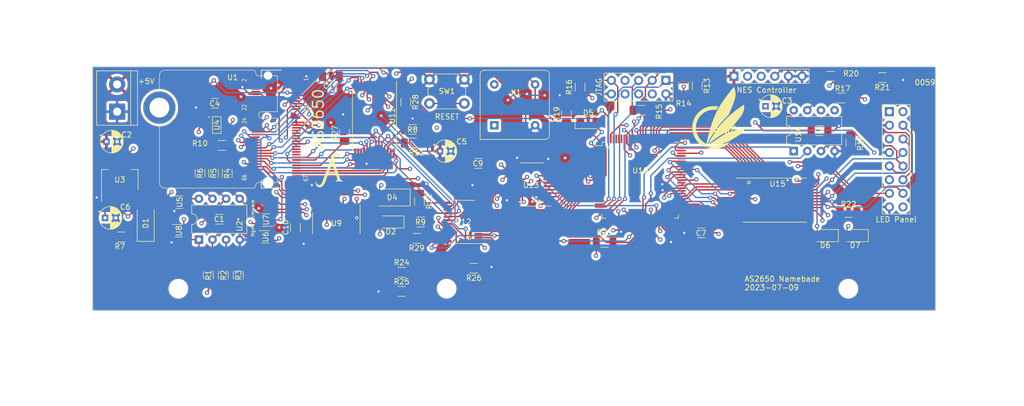
<source format=kicad_pcb>
(kicad_pcb (version 20221018) (generator pcbnew)
  (layers (0 "F.Cu" signal) (1 "In1.Cu" signal) (2 "In2.Cu" signal) (31 "B.Cu" signal) (34 "B.Paste" user) (35 "F.Paste" user) (36 "B.SilkS" user "B.Silkscreen") (37 "F.SilkS" user "F.Silkscreen") (38 "B.Mask" user) (39 "F.Mask" user) (44 "Edge.Cuts" user))
  (net 0 "")
  (net 1 "+3V3")
  (net 2 "GND")
  (net 3 "+5V")
  (net 4 "Net-(D1-K)")
  (net 5 "Net-(D2-K)")
  (net 6 "Flag")
  (net 7 "Net-(D4-K)")
  (net 8 "crvl_led")
  (net 9 "Net-(D5-K)")
  (net 10 "Net-(D5-A)")
  (net 11 "Net-(J2-Pin_1)")
  (net 12 "Net-(J2-Pin_3)")
  (net 13 "Net-(J2-Pin_5)")
  (net 17 "Net-(J2-Pin_9)")
  (net 18 "VRAM_D1")
  (net 19 "VRAM_D4")
  (net 20 "DISP_B")
  (net 21 "DISP_D")
  (net 22 "DISP_STB")
  (net 23 "DISP_OE")
  (net 24 "DISP_CLK")
  (net 25 "DISP_C")
  (net 26 "DISP_A")
  (net 27 "VRAM_D5")
  (net 28 "VRAM_D3")
  (net 29 "VRAM_D2")
  (net 30 "VRAM_D0")
  (net 31 "NES_CLK")
  (net 32 "NES_LATCH")
  (net 33 "Net-(J4-Pin_4)")
  (net 34 "FIRM_CS")
  (net 35 "FIRM_SO")
  (net 36 "Net-(U2-~{WP}(D2))")
  (net 37 "FIRM_SI")
  (net 38 "FIRM_SCK")
  (net 39 "Net-(U2-~{HOLD}(D3))")
  (net 40 "Sense")
  (net 41 "Net-(U4-~{MR})")
  (net 42 "Net-(U14-~{HOLD}(D3))")
  (net 43 "Net-(U14-~{WP}(D2))")
  (net 44 "NES_DATA")
  (net 48 "Net-(U1-~{RST})")
  (net 51 "Net-(U1-Caravel_CSB)")
  (net 52 "Net-(U1-Caravel_D0)")
  (net 53 "Net-(U1-Caravel_D1)")
  (net 55 "gpio")
  (net 57 "Net-(U1-Caravel_SCK)")
  (net 58 "cpld_rst")
  (net 61 "A12")
  (net 63 "A11")
  (net 65 "A10")
  (net 67 "A9")
  (net 69 "A8")
  (net 71 "A7")
  (net 72 "A6")
  (net 74 "A5")
  (net 76 "A4")
  (net 78 "A3")
  (net 80 "A2")
  (net 81 "DB0")
  (net 82 "A1")
  (net 83 "DB1")
  (net 84 "A0")
  (net 85 "DB2")
  (net 86 "DB3")
  (net 87 "R{slash}~{W}")
  (net 88 "DB4")
  (net 89 "OPREQ")
  (net 90 "DB5")
  (net 91 "WRP")
  (net 92 "DB6")
  (net 93 "M{slash}~{IO}")
  (net 94 "DB7")
  (net 95 "D{slash}~{C}")
  (net 96 "POR")
  (net 102 "Net-(U9-Pad2)")
  (net 105 "D{slash}~{C}_3.3")
  (net 106 "M{slash}~{IO}_3.3")
  (net 107 "WRP_3.3")
  (net 108 "OPREQ_3.3")
  (net 109 "R{slash}~{W}_3.3")
  (net 110 "A12_3.3")
  (net 111 "Net-(U10-IO1_2)")
  (net 112 "xclk")
  (net 114 "DB0_3.3")
  (net 115 "DB1_3.3")
  (net 116 "DB2_3.3")
  (net 117 "DB3_3.3")
  (net 118 "DB4_3.3")
  (net 119 "DB5_3.3")
  (net 120 "DB6_3.3")
  (net 121 "DB7_3.3")
  (net 126 "~{SPI_CS}")
  (net 127 "SPI_SI")
  (net 128 "SPI_SCK")
  (net 129 "SPI_SO")
  (net 131 "POR_3.3")
  (net 134 "VRAM_D6")
  (net 135 "VRAM_D7")
  (net 138 "~{VRAM_OE}")
  (net 139 "~{VRAM_WE}")
  (net 144 "VRAM_AD0")
  (net 145 "VRAM_AD1")
  (net 146 "VRAM_AD2")
  (net 147 "VRAM_AD3")
  (net 148 "VRAM_AD4")
  (net 149 "VRAM_AD5")
  (net 150 "VRAM_AD6")
  (net 151 "VRAM_AD7")
  (net 152 "VRAM_AD8")
  (net 153 "VRAM_AD9")
  (net 154 "VRAM_AD10")
  (net 155 "VRAM_AD11")
  (net 156 "VRAM_AD12")
  (net 157 "VRAM_AD13")
  (net 158 "VRAM_AD14")
  (net 160 "A14")
  (net 161 "A13")
  (net 162 "~{RAM_OE}")
  (net 163 "~{RAM_WE}")
  (net 164 "~{RAM_CE}")
  (net 165 "BUS_DIR")
  (net 167 "Net-(D6-K)")
  (net 168 "LVL_SHIFT_EN")
  (footprint "LED_SMD:LED_1206_3216Metric_Pad1.42x1.75mm_HandSolder" (layer "F.Cu") (at 198.882 93.472 180)
    (fp_text reference "D6")
    (fp_text value "LED" hide)
  )
  (footprint "Connector_PinHeader_2.54mm:PinHeader_2x08_P2.54mm_Vertical" (layer "F.Cu") (at 210.8585 70.358)
    (fp_text reference "J3" hide)
    (fp_text value "LED Panel")
  )
  (footprint "LED_SMD:LED_2010_5025Metric_Pad1.52x2.65mm_HandSolder" (layer "F.Cu") (at 118.11 86.36 180)
    (fp_text reference "D4")
    (fp_text value "LED" hide)
  )
  (footprint "Capacitor_SMD:C_1206_3216Metric_Pad1.33x1.80mm_HandSolder" (layer "F.Cu") (at 134.112 80.01)
    (fp_text reference "C9")
    (fp_text value "0.1µF" hide)
  )
  (footprint "Package_TO_SOT_SMD:SOT-353_SC-70-5" (layer "F.Cu") (at 78.298 92.568)
    (fp_text reference "U8")
    (fp_text value "SN74LV1T34DCK" hide)
  )
  (footprint "Package_DIP:DIP-8_W7.62mm" (layer "F.Cu") (at 193.0115 77.714 90)
    (fp_text reference "U14")
    (fp_text value "W25Q32FVSS")
  )
  (footprint "Resistor_SMD:R_1206_3216Metric_Pad1.30x1.75mm_HandSolder" (layer "F.Cu") (at 121.92 73.66 180)
    (fp_text reference "R8")
    (fp_text value "10K" hide)
  )
  (footprint "Resistor_SMD:R_1206_3216Metric_Pad1.30x1.75mm_HandSolder" (layer "F.Cu") (at 109.22 74.342 -90)
    (fp_text reference "R27")
    (fp_text value "10K" hide)
  )
  (footprint "Package_SO:TSSOP-24_4.4x7.8mm_P0.65mm" (layer "F.Cu") (at 131.318 90.932 180)
    (fp_text reference "U12")
    (fp_text value "SN74LVC8T245")
  )
  (footprint "Capacitor_THT:CP_Radial_D4.0mm_P2.00mm" (layer "F.Cu") (at 64.813401 75.946)
    (fp_text reference "C2")
    (fp_text value "1µF" hide)
  )
  (footprint "MountingHole:MountingHole_3.2mm_M3_ISO7380" (layer "F.Cu") (at 128.27 103.378)
    (fp_text reference "H2" hide)
    (fp_text value "MountingHole" hide)
  )
  (footprint "MountingHole:MountingHole_3.2mm_M3_ISO7380" (layer "F.Cu") (at 78.232 103.378)
    (fp_text reference "H3" hide)
    (fp_text value "MountingHole" hide)
  )
  (footprint "LED_SMD:LED_1206_3216Metric_Pad1.42x1.75mm_HandSolder" (layer "F.Cu") (at 117.856 90.932 180)
    (fp_text reference "D2")
    (fp_text value "LED" hide)
  )
  (footprint "Capacitor_SMD:C_1206_3216Metric_Pad1.33x1.80mm_HandSolder" (layer "F.Cu") (at 100.076 91.948 90)
    (fp_text reference "C10")
    (fp_text value "0.1µF" hide)
  )
  (footprint "Caravel_Board:PoR_5_SOT23" (layer "F.Cu") (at 85.401556 72.856064)
    (fp_text reference "U4")
    (fp_text value "MCP1319MT-29LE-OT" hide)
  )
  (footprint "own:icon" (layer "F.Cu") (at 179 71.5)
    (fp_text reference "G***" hide)
    (fp_text value "LOGO" hide)
  )
  (footprint "Resistor_SMD:R_1206_3216Metric_Pad1.30x1.75mm_HandSolder" (layer "F.Cu") (at 122.682 93.98 180)
    (fp_text reference "R29")
    (fp_text value "10K" hide)
  )
  (footprint "Package_QFP:LQFP-100_14x14mm_P0.5mm" (layer "F.Cu") (at 164.393 83.122)
    (fp_text reference "U10")
    (fp_text value "EPM240T100")
  )
  (footprint "Package_TO_SOT_SMD:SOT-223-3_TabPin2" (layer "F.Cu") (at 67.31 83.058 90)
    (fp_text reference "U3")
    (fp_text value "AMS1117-3.3" hide)
  )
  (footprint "MicroMod-Sparkfun:MicroMod-Standoff" (layer "F.Cu") (at 74.686028 69.606882)
    (fp_text reference "H1" hide)
    (fp_text value "MICROMOD-Standoff" hide)
  )
  (footprint "MountingHole:MountingHole_3.2mm_M3_ISO7380" (layer "F.Cu") (at 203.2 103.378)
    (fp_text reference "H4" hide)
    (fp_text value "MountingHole" hide)
  )
  (footprint "Oscillator:Oscillator_DIP-8" (layer "F.Cu") (at 137.16 72.898)
    (fp_text reference "X1")
    (fp_text value "25MHz")
  )
  (footprint "Resistor_SMD:R_1206_3216Metric_Pad1.30x1.75mm_HandSolder" (layer "F.Cu") (at 123.444 90.932)
    (fp_text reference "R9")
    (fp_text value "10K" hide)
  )
  (footprint "Resistor_SMD:R_1206_3216Metric_Pad1.30x1.75mm_HandSolder" (layer "F.Cu") (at 203.2365 89.154 180)
    (fp_text reference "R22")
    (fp_text value "1K" hide)
  )
  (footprint "Package_TO_SOT_SMD:SOT-353_SC-70-5" (layer "F.Cu") (at 94.554 90.566 180)
    (fp_text reference "U7")
    (fp_text value "SN74LV1T34DCK" hide)
  )
  (footprint "Capacitor_SMD:C_1206_3216Metric_Pad1.33x1.80mm_HandSolder" (layer "F.Cu") (at 85.852 90.424)
    (fp_text reference "C1")
    (fp_text value "0.1µF" hide)
  )
  (footprint "LED_SMD:LED_1206_3216Metric_Pad1.42x1.75mm_HandSolder" (layer "F.Cu") (at 154.686 72.39)
    (fp_text reference "D5")
    (fp_text value "LED" hide)
  )
  (footprint "Capacitor_THT:CP_Radial_D4.0mm_P2.00mm" (layer "F.Cu") (at 187.749401 69.342)
    (fp_text reference "C3")
    (fp_text value "10µF" hide)
  )
  (footprint "Resistor_SMD:R_1206_3216Metric_Pad1.30x1.75mm_HandSolder" (layer "F.Cu") (at 86.614 100.838 -90)
    (fp_text reference "R2")
    (fp_text value "100K" hide)
  )
  (footprint "Capacitor_SMD:C_1206_3216Metric_Pad1.33x1.80mm_HandSolder" (layer "F.Cu") (at 85.048556 68.792064)
    (fp_text reference "C4")
    (fp_text value "0.1µF" hide)
  )
  (footprint "Resistor_SMD:R_1206_3216Metric_Pad1.30x1.75mm_HandSolder" (layer "F.Cu") (at 119.888 100.33)
    (fp_text reference "R24")
    (fp_text value "10K" hide)
  )
  (footprint "LED_SMD:LED_2010_5025Metric_Pad1.52x2.65mm_HandSolder" (layer "F.Cu") (at 72.136 91.186 90)
    (fp_text reference "D1")
    (fp_text value "LED" hide)
  )
  (footprint "Capacitor_THT:CP_Radial_D4.0mm_P2.00mm" (layer "F.Cu") (at 127.032 77.724)
    (fp_text reference "C5")
    (fp_text value "1µF" hide)
  )
  (footprint "Resistor_SMD:R_1206_3216Metric_Pad1.30x1.75mm_HandSolder" (layer "F.Cu") (at 172.466 65.532 -90)
    (fp_text reference "R14")
    (fp_text value "10K" hide)
  )
  (footprint "Capacitor_SMD:C_1206_3216Metric_Pad1.33x1.80mm_HandSolder" (layer "F.Cu") (at 197.8275 73.914 180)
    (fp_text reference "C8")
    (fp_text value "0.1µF" hide)
  )
  (footprint "TerminalBlock:TerminalBlock_bornier-2_P5.08mm" (layer "F.Cu") (at 66.802 70.358 90)
    (fp_text reference "J1" hide)
    (fp_text value "Screw_Terminal_01x02" hide)
  )
  (footprint "Resistor_SMD:R_1206_3216Metric_Pad1.30x1.75mm_HandSolder" (layer "F.Cu") (at 83.82 100.838 -90)
    (fp_text reference "R1")
    (fp_text value "100K" hide)
  )
  (footprint "Package_DIP:DIP-8_W7.62mm" (layer "F.Cu") (at 82.052 94.224 90)
    (fp_text reference "U2")
    (fp_text value "W25Q32FVSS" hide)
  )
  (footprint "Connector_PinHeader_2.54mm:PinHeader_2x05_P2.54mm_Vertical" (layer "F.Cu") (at 169.164 64.516 -90)
    (fp_text reference "J2" hide)
    (fp_text value "JTAG")
  )
  (footprint "Resistor_SMD:R_1206_3216Metric_Pad1.30x1.75mm_HandSolder" (layer "F.Cu") (at 203.6695 76.2 90)
    (fp_text reference "R18")
    (fp_text value "10K" hide)
  )
  (footprint "Resistor_SMD:R_1206_3216Metric_Pad1.30x1.75mm_HandSolder" (layer "F.Cu") (at 89.408 100.838 -90)
    (fp_text reference "R3")
    (fp_text value "10K" hide)
  )
  (footprint "Resistor_SMD:R_1206_3216Metric_Pad1.30x1.75mm_HandSolder" (layer "F.Cu") (at 199.898 63.754 180)
    (fp_text reference "R20")
    (fp_text value "1K" hide)
  )
  (footprint "Resistor_SMD:R_1206_3216Metric_Pad1.30x1.75mm_HandSolder" (layer "F.Cu") (at 157.734 94.742)
    (fp_text reference "R23")
    (fp_text value "10K" hide)
  )
  (footprint "Resistor_SMD:R_1206_3216Metric_Pad1.30x1.75mm_HandSolder" (layer "F.Cu") (at 153.162 65.786 -90)
    (fp_text reference "R16")
    (fp_text value "10K" hide)
  )
  (footprint "Resistor_SMD:R_1206_3216Metric_Pad1.30x1.75mm_HandSolder" (layer "F.Cu") (at 175.006 65.532 -90)
    (fp_text reference "R13")
    (fp_text value "10K" hide)
  )
  (footprint "Resistor_SMD:R_1206_3216Metric_Pad1.30x1.75mm_HandSolder" (layer "F.Cu") (at 150.622 70.866 90)
    (fp_text reference "R19")
    (fp_text value "1K" hide)
  )
  (footprint "Package_TO_SOT_SMD:SOT-353_SC-70-5" (layer "F.Cu") (at 94.488 93.726)
    (fp_text reference "U6")
    (fp_text value "SN74LV1T34DCK" hide)
  )
  (footprint "Capacitor_THT:CP_Radial_D4.0mm_P2.00mm" (layer "F.Cu") (at 64.559401 90.17)
    (fp_text reference "C6")
    (fp_text value "1µF" hide)
  )
  (footprint "Package_SO:SOIC-14_3.9x8.7mm_P1.27mm" (layer "F.Cu") (at 107.696 91.186 -90)
    (fp_text reference "U9")
    (fp_text value "74HC02" hide)
  )
  (footprint "Button_Switch_THT:SW_PUSH_6mm" (layer "F.Cu") (at 125.072 64.334)
    (fp_text reference "SW1")
    (fp_text value "SW_Push" hide)
  )
  (footprint "Resistor_SMD:R_1206_3216Metric_Pad1.30x1.75mm_HandSolder" (layer "F.Cu") (at 67.564 93.726 180)
    (fp_text reference "R7")
    (fp_text value "10K" hide)
  )
  (footprint "Package_SO:TSOP-I-28_11.8x8mm_P0.55mm" (layer "F.Cu") (at 189.484 86.868)
    (fp_text reference "U15")
    (fp_text value "61LV256")
  )
  (footprint "Resistor_SMD:R_1206_3216Metric_Pad1.30x1.75mm_HandSolder" (layer "F.Cu") (at 164.592 70.104)
    (fp_text reference "R15")
    (fp_text value "10K" hide)
  )
  (footprint "Resistor_SMD:R_1206_3216Metric_Pad1.30x1.75mm_HandSolder" (layer "F.Cu") (at 84.797056 81.855764 90)
    (fp_text reference "R5")
    (fp_text value "100K" hide)
  )
  (footprint "Resistor_SMD:R_1206_3216Metric_Pad1.30x1.75mm_HandSolder" (layer "F.Cu") (at 123.19 87.122 -90)
    (fp_text reference "R12")
    (fp_text value "10K" hide)
  )
  (footprint "MicroMod-Sparkfun:M.2-CONNECTOR-E" (layer "F.Cu") (at 94.946056 73.617764 90)
    (fp_text reference "U1")
    (fp_text value "AS2650" hide)
  )
  (footprint "Resistor_SMD:R_1206_3216Metric_Pad1.30x1.75mm_HandSolder" (layer "F.Cu") (at 120.65 68.58 -90)
    (fp_text reference "R28")
    (fp_text value "10K" hide)
  )
  (footprint "Package_TO_SOT_SMD:SOT-353_SC-70-5" (layer "F.Cu") (at 78.42 87.234)
    (fp_text reference "U5")
    (fp_text value "SN74LV1T34DCK" hide)
  )
  (footprint "Resistor_SMD:R_1206_3216Metric_Pad1.30x1.75mm_HandSolder" (layer "F.Cu") (at 82.257056 81.855764 90)
    (fp_text reference "R6")
    (fp_text value "10K" hide)
  )
  (footprint "Package_SO:TSOP-I-28_11.8x8mm_P0.55mm" (layer "F.Cu") (at 114.808 71.882 -90)
    (fp_text reference "U11")
    (fp_text value "AS7C256")
  )
  (footprint "Resistor_SMD:R_1206_3216Metric_Pad1.30x1.75mm_HandSolder" (layer "F.Cu") (at 119.888 103.886)
    (fp_text reference "R25")
    (fp_text value "10K" hide)
  )
  (footprint "LED_SMD:LED_1206_3216Metric_Pad1.42x1.75mm_HandSolder" (layer "F.Cu") (at 204.47 93.472 180)
    (fp_text reference "D7")
    (fp_text value "LED" hide)
  )
  (footprint "Capacitor_SMD:C_1206_3216Metric_Pad1.33x1.80mm_HandSolder" (layer "F.Cu") (at 175.768 92.964)
    (fp_text reference "C7")
    (fp_text value "0.1µF" hide)
  )
  (footprint "TholinsStuff:AvalonSemiLogo" (layer "F.Cu") (at 106.5 81.25)
    (fp_text reference "G***" hide)
    (fp_text value "LOGO" hide)
  )
  (footprint "Resistor_SMD:R_1206_3216Metric_Pad1.30x1.75mm_HandSolder" (layer "F.Cu") (at 87.337056 81.855764 90)
    (fp_text reference "R4")
    (fp_text value "100K" hide)
  )
  (footprint "Resistor_SMD:R_1206_3216Metric_Pad1.30x1.75mm_HandSolder" (layer "F.Cu") (at 86.318556 76.666064 180)
    (fp_text reference "R10")
    (fp_text value "10K" hide)
  )
  (footprint "Resistor_SMD:R_1206_3216Metric_Pad1.30x1.75mm_HandSolder" (layer "F.Cu") (at 201.8915 67.818 180)
    (fp_text reference "R17")
    (fp_text value "10K" hide)
  )
  (footprint "Capacitor_SMD:C_1206_3216Metric_Pad1.33x1.80mm_HandSolder" (layer "F.Cu") (at 106.68 63.754)
    (fp_text reference "C11")
    (fp_text value "0.1µF" hide)
  )
  (footprint "Resistor_SMD:R_1206_3216Metric_Pad1.30x1.75mm_HandSolder" (layer "F.Cu") (at 133.35 99.568 180)
    (fp_text reference "R26")
    (fp_text value "10K" hide)
  )
  (footprint "Package_SO:TSSOP-24_4.4x7.8mm_P0.65mm" (layer "F.Cu") (at 144.2035 83.943 180)
    (fp_text reference "U13")
    (fp_text value "SN74LVC8T245")
  )
  (footprint "Resistor_SMD:R_1206_3216Metric_Pad1.30x1.75mm_HandSolder" (layer "F.Cu") (at 209.55 64.008 180)
    (fp_text reference "R21")
    (fp_text value "1K" hide)
  )
  (footprint "Connector_PinSocket_2.54mm:PinSocket_1x06_P2.54mm_Vertical" (layer "F.Cu") (at 181.864 63.754 90)
    (fp_text reference "J4" hide)
    (fp_text value "NES Controller")
  )
  (footprint "Resistor_SMD:R_1206_3216Metric_Pad1.30x1.75mm_HandSolder" (layer "F.Cu") (at 121.92 76.2 180)
    (fp_text reference "R11")
    (fp_text value "10K" hide)
  )
  (gr_circle (center 111.506 90.17) (end 111.506 89.916) (stroke (width 0.15)) (fill none) (layer "F.SilkS"))
  (gr_circle (center 132.5195 93.991) (end 132.5195 93.737) (stroke (width 0.15)) (fill none) (layer "F.SilkS"))
  (gr_circle (center 158.297 77.026) (end 158.297 76.772) (stroke (width 0.15)) (fill none) (layer "F.SilkS"))
  (gr_circle (center 118.257 67.23) (end 118.257 66.976) (stroke (width 0.15)) (fill none) (layer "F.SilkS"))
  (gr_circle (center 145.542 87.122) (end 145.542 86.868) (stroke (width 0.15)) (fill none) (layer "F.SilkS"))
  (gr_circle (center 184.658 83.566) (end 184.658 83.312) (stroke (width 0.15)) (fill none) (layer "F.SilkS"))
  (gr_rect (start 62.23 61.976) (end 219.456 107.442) (stroke (width 0.1)) (fill none) (layer "Edge.Cuts"))
  (gr_text "Mgmt Firmware" (at 92.456 93.726 90) (layer "F.SilkS") (effects (font (size 0.6 0.6) (thickness 0.1) bold) (justify left bottom)))
  (gr_text "AS2650" (at 105.5 77.5 90) (layer "F.SilkS") (effects (font (size 2 2) (thickness 0.25)) (justify left bottom)))
  (gr_text "AS2650 Namebade\n2023-07-09" (at 183.75 103.75) (layer "F.SilkS") (effects (font (size 1 1)) (justify left bottom)))
  (gr_text "0059" (at 215.5 65.5) (layer "F.SilkS") (effects (font (size 1 1)) (justify left bottom)))
  (gr_text "RESET" (at 125.984 71.882) (layer "F.SilkS") (effects (font (size 1 1)) (justify left bottom)))
  (gr_text "+5V" (at 70.612 65.278) (layer "F.SilkS") (effects (font (size 1 1)) (justify left bottom)))
  (segment (start 206.0448 67.818) (end 206.2988 68.072) (width 0.25) (layer "F.Cu") (net 1))
  (segment (start 156.718 83.122) (end 154.9615 83.122) (width 0.25) (layer "F.Cu") (net 1))
  (segment (start 156.184 97.1556) (end 156.1084 97.2312) (width 0.25) (layer "F.Cu") (net 1))
  (segment (start 178.7906 92.964) (end 178.9938 93.1672) (width 0.25) (layer "F.Cu") (net 1))
  (segment (start 67.31 79.756) (end 69.85 77.216) (width 0.25) (layer "F.Cu") (net 1))
  (segment (start 82.257056 80.305764) (end 79.37 83.19282) (width 0.25) (layer "F.Cu") (net 1))
  (segment (start 79.248 91.918) (end 79.248 90.424) (width 0.25) (layer "F.Cu") (net 1))
  (segment (start 69.9015 88.8485) (end 68.834 89.916) (width 0.25) (layer "F.Cu") (net 1))
  (segment (start 67.31 88.392) (end 68.834 89.916) (width 0.25) (layer "F.Cu") (net 1))
  (segment (start 161.393 75.447) (end 161.393 77.4206) (width 0.25) (layer "F.Cu") (net 1))
  (segment (start 79.37 86.584) (end 82.032 86.584) (width 0.25) (layer "F.Cu") (net 1))
  (segment (start 197.49 75.139) (end 196.265 73.914) (width 0.25) (layer "F.Cu") (net 1))
  (segment (start 87.337056 80.305764) (end 82.257056 80.305764) (width 0.25) (layer "F.Cu") (net 1))
  (segment (start 79.37 83.19282) (end 79.37 86.584) (width 0.25) (layer "F.Cu") (net 1))
  (segment (start 160.893 91.662685) (end 160.074285 92.4814) (width 0.25) (layer "F.Cu") (net 1))
  (segment (start 134.1805 94.507) (end 134.1805 94.5565) (width 0.25) (layer "F.Cu") (net 1))
  (segment (start 64.559401 90.17) (end 64.559401 88.958599) (width 0.25) (layer "F.Cu") (net 1))
  (segment (start 168.393 76.312685) (end 168.099285 76.6064) (width 0.25) (layer "F.Cu") (net 1))
  (segment (start 67.31 79.908) (end 67.31 79.756) (width 0.25) (layer "F.Cu") (net 1))
  (segment (start 72.136 88.8485) (end 69.9015 88.8485) (width 0.25) (layer "F.Cu") (net 1))
  (segment (start 160.074285 92.4814) (end 159.3596 92.4814) (width 0.25) (layer "F.Cu") (net 1))
  (segment (start 203.6695 74.65) (end 203.1805 75.139) (width 0.25) (layer "F.Cu") (net 1))
  (segment (start 154.9615 83.122) (end 154.686 83.3975) (width 0.25) (layer "F.Cu") (net 1))
  (segment (start 146.1851 87.518) (end 145.7706 87.9325) (width 0.25) (layer "F.Cu") (net 1))
  (segment (start 196.265 73.914) (end 187.3758 73.914) (width 0.25) (layer "F.Cu") (net 1))
  (segment (start 84.2895 90.424) (end 83.312 90.424) (width 0.25) (layer "F.Cu") (net 1))
  (segment (start 169.8244 70.104) (end 170.0022 69.9262) (width 0.25) (layer "F.Cu") (net 1))
  (segment (start 168.8592 86.374925) (end 168.842059 86.392066) (width 0.25) (layer "F.Cu") (net 1))
  (segment (start 160.893 90.797) (end 160.893 91.662685) (width 0.25) (layer "F.Cu") (net 1))
  (segment (start 177.3305 92.964) (end 178.7906 92.964) (width 0.25) (layer "F.Cu") (net 1))
  (segment (start 168.8592 85.918895) (end 168.8592 86.374925) (width 0.25) (layer "F.Cu") (net 1))
  (segment (start 154.966 67.336) (end 155.448 67.818) (width 0.25) (layer "F.Cu") (net 1))
  (segment (start 172.466 67.082) (end 172.466 65.7098) (width 0.25) (layer "F.Cu") (net 1))
  (segment (start 185.7292 86.593) (end 185.8264 86.6902) (width 0.25) (layer "F.Cu") (net 1))
  (segment (start 64.559401 88.958599) (end 67.31 86.208) (width 0.25) (layer "F.Cu") (net 1))
  (segment (start 172.466 65.7098) (end 172.4914 65.6844) (width 0.25) (layer "F.Cu") (net 1))
  (segment (start 67.31 79.908) (end 67.31 86.208) (width 0.25) (layer "F.Cu") (net 1))
  (segment (start 154.305 83.0165) (end 154.686 83.3975) (width 0.25) (layer "F.Cu") (net 1))
  (segment (start 155.291895 81.122) (end 154.305 82.108895) (width 0.25) (layer "F.Cu") (net 1))
  (segment (start 167.8686 76.6064) (end 167.0812 77.3938) (width 0.25) (layer "F.Cu") (net 1))
  (segment (start 167.893 92.3788) (end 168.1226 92.6084) (width 0.25) (layer "F.Cu") (net 1))
  (segment (start 172.068 83.122) (end 174.688 83.122) (width 0.25) (layer "F.Cu") (net 1))
  (segment (start 156.718 81.122) (end 155.291895 81.122) (width 0.25) (layer "F.Cu") (net 1))
  (segment (start 183.214 86.593) (end 185.7292 86.593) (width 0.25) (layer "F.Cu") (net 1))
  (segment (start 203.1805 75.139) (end 197.49 75.139) (width 0.25) (layer "F.Cu") (net 1))
  (segment (start 156.184 94.742) (end 156.184 97.1556) (width 0.25) (layer "F.Cu") (net 1))
  (segment (start 89.408 102.388) (end 83.82 102.388) (width 0.25) (layer "F.Cu") (net 1))
  (segment (start 154.305 82.108895) (end 154.305 83.0165) (width 0.25) (layer "F.Cu") (net 1))
  (segment (start 187.3758 73.914) (end 185.8264 72.3646) (width 0.25) (layer "F.Cu") (net 1))
  (segment (start 83.82 103.886) (end 83.566 104.14) (width 0.25) (layer "F.Cu") (net 1))
  (segment (start 83.82 102.388) (end 83.82 103.886) (width 0.25) (layer "F.Cu") (net 1))
  (segment (start 153.162 67.336) (end 154.966 67.336) (width 0.25) (layer "F.Cu") (net 1))
  (segment (start 166.142 70.104) (end 169.8244 70.104) (width 0.25) (layer "F.Cu") (net 1))
  (segment (start 91.978 91.216) (end 91.694 90.932) (width 0.25) (layer "F.Cu") (net 1))
  (segment (start 168.099285 76.6064) (end 167.8686 76.6064) (width 0.25) (layer "F.Cu") (net 1))
  (segment (start 168.393 75.447) (end 168.393 76.312685) (width 0.25) (layer "F.Cu") (net 1))
  (segment (start 93.604 91.216) (end 91.978 91.216) (width 0.25) (layer "F.Cu") (net 1))
  (segment (start 167.893 90.797) (end 167.893 92.3788) (width 0.25) (layer "F.Cu") (net 1))
  (segment (start 83.312 90.424) (end 82.55 91.186) (width 0.25) (layer "F.Cu") (net 1))
  (segment (start 67.31 86.208) (end 67.31 88.392) (width 0.25) (layer "F.Cu") (net 1))
  (segment (start 169.656095 85.122) (end 168.8592 85.918895) (width 0.25) (layer "F.Cu") (net 1))
  (segment (start 82.032 86.584) (end 82.052 86.604) (width 0.25) (layer "F.Cu") (net 1))
  (segment (start 147.066 87.518) (end 146.1851 87.518) (width 0.25) (layer "F.Cu") (net 1))
  (segment (start 172.068 85.122) (end 169.656095 85.122) (width 0.25) (layer "F.Cu") (net 1))
  (segment (start 161.393 77.4206) (end 162.4838 78.5114) (width 0.25) (layer "F.Cu") (net 1))
  (segment (start 203.4415 67.818) (end 206.0448 67.818) (width 0.25) (layer "F.Cu") (net 1))
  (segment (start 174.688 83.122) (end 174.8282 82.9818) (width 0.25) (layer "F.Cu") (net 1))
  (segment (start 167.0812 77.3938) (end 167.0812 77.6224) (width 0.25) (layer "F.Cu") (net 1))
  (segment (start 134.1805 94.5565) (end 135.382 95.758) (width 0.25) (layer "F.Cu") (net 1))
  (via (at 154.686 83.3975) (size 0.8) (drill 0.4) (layers "F.Cu" "B.Cu") (net 1))
  (via (at 155.448 67.818) (size 0.8) (drill 0.4) (layers "F.Cu" "B.Cu") (net 1))
  (via (at 174.8282 82.9818) (size 0.8) (drill 0.4) (layers "F.Cu" "B.Cu") (net 1))
  (via (at 170.0022 69.9262) (size 0.8) (drill 0.4) (layers "F.Cu" "B.Cu") (net 1))
  (via (at 68.834 89.916) (size 0.8) (drill 0.4) (layers "F.Cu" "B.Cu") (net 1))
  (via (at 156.1084 97.2312) (size 0.8) (drill 0.4) (layers "F.Cu" "B.Cu") (net 1))
  (via (at 206.2988 68.072) (size 0.8) (drill 0.4) (layers "F.Cu" "B.Cu") (net 1))
  (via (at 168.842059 86.392066) (size 0.8) (drill 0.4) (layers "F.Cu" "B.Cu") (net 1))
  (via (at 162.4838 78.5114) (size 0.8) (drill 0.4) (layers "F.Cu" "B.Cu") (net 1))
  (via (at 145.7706 87.9325) (size 0.8) (drill 0.4) (layers "F.Cu" "B.Cu") (net 1))
  (via (at 167.0812 77.6224) (size 0.8) (drill 0.4) (layers "F.Cu" "B.Cu") (net 1))
  (via (at 79.248 90.424) (size 0.8) (drill 0.4) (layers "F.Cu" "B.Cu") (net 1))
  (via (at 69.85 77.216) (size 0.8) (drill 0.4) (layers "F.Cu" "B.Cu") (net 1))
  (via (at 172.4914 65.6844) (size 0.8) (drill 0.4) (layers "F.Cu" "B.Cu") (net 1))
  (via (at 168.1226 92.6084) (size 0.8) (drill 0.4) (layers "F.Cu" "B.Cu") (net 1))
  (via (at 91.694 90.932) (size 0.8) (drill 0.4) (layers "F.Cu" "B.Cu") (net 1))
  (via (at 83.566 104.14) (size 0.8) (drill 0.4) (layers "F.Cu" "B.Cu") (net 1))
  (via (at 178.9938 93.1672) (size 0.8) (drill 0.4) (layers "F.Cu" "B.Cu") (net 1))
  (via (at 159.3596 92.4814) (size 0.8) (drill 0.4) (layers "F.Cu" "B.Cu") (net 1))
  (via (at 135.382 95.758) (size 0.8) (drill 0.4) (layers "F.Cu" "B.Cu") (net 1))
  (via (at 185.8264 86.6902) (size 0.8) (drill 0.4) (layers "F.Cu" "B.Cu") (net 1))
  (via (at 82.55 91.186) (size 0.8) (drill 0.4) (layers "F.Cu" "B.Cu") (net 1))
  (via (at 185.8264 72.3646) (size 0.8) (drill 0.4) (layers "F.Cu" "B.Cu") (net 1))
  (segment (start 199.39 73.914) (end 200.5076 73.914) (width 0.25) (layer "F.Cu") (net 2))
  (segment (start 168.529 83.8708) (end 168.5036 83.8962) (width 0.25) (layer "F.Cu") (net 2))
  (segment (start 107.696 94.037751) (end 106.772751 94.961) (width 0.25) (layer "F.Cu") (net 2))
  (segment (start 141.341 79.0548) (end 141.4272 78.9686) (width 0.25) (layer "F.Cu") (net 2))
  (segment (start 105.1175 63.754) (end 106.929701 65.566201) (width 0.25) (layer "F.Cu") (net 2))
  (segment (start 161.393 92.187283) (end 160.813442 92.766841) (width 0.25) (layer "F.Cu") (net 2))
  (segment (start 195.754 83.843) (end 192.5636 83.843) (width 0.25) (layer "F.Cu") (net 2))
  (segment (start 124.232 94.436) (end 118.338 100.33) (width 0.25) (layer "F.Cu") (net 2))
  (segment (start 91.501764 67.117764) (end 90.17 65.786) (width 0.25) (layer "F.Cu") (net 2))
  (segment (start 106.929701 65.566201) (end 106.929701 66.543701) (width 0.25) (layer "F.Cu") (net 2))
  (segment (start 65.01 86.208) (end 63.144 86.208) (width 0.25) (layer "F.Cu") (net 2))
  (segment (start 94.929 89.916) (end 95.504 89.916) (width 0.25) (layer "F.Cu") (net 2))
  (segment (start 200.138725 87.143) (end 200.155703 87.126022) (width 0.25) (layer "F.Cu") (net 2))
  (segment (start 99.446056 63.267764) (end 101.621764 63.267764) (width 0.25) (layer "F.Cu") (net 2))
  (segment (start 114.533 78.152) (end 114.533 79.377) (width 0.25) (layer "F.Cu") (net 2))
  (segment (start 168.393 90.797) (end 168.393 91.853495) (width 0.25) (layer "F.Cu") (net 2))
  (segment (start 93.538 94.376) (end 94.063 94.901) (width 0.25) (layer "F.Cu") (net 2))
  (segment (start 170.1292 93.589695) (end 170.1292 94.6658) (width 0.25) (layer "F.Cu") (net 2))
  (segment (start 170.871305 82.122) (end 169.122505 83.8708) (width 0.25) (layer "F.Cu") (net 2))
  (segment (start 134.1805 87.357) (end 134.1805 88.007) (width 0.25) (layer "F.Cu") (net 2))
  (segment (start 100.1145 93.5105) (end 101.6 94.996) (width 0.25) (layer "F.Cu") (net 2))
  (segment (start 168.1734 77.555505) (end 168.1734 77.343) (width 0.25) (layer "F.Cu") (net 2))
  (segment (start 100.221056 73.367764) (end 101.296056 73.367764) (width 0.25) (layer "F.Cu") (net 2))
  (segment (start 161.893 75.447) (end 161.893 76.312685) (width 0.25) (layer "F.Cu") (net 2))
  (segment (start 201.6865 89.154) (end 200.155703 87.623203) (width 0.25) (layer "F.Cu") (net 2))
  (segment (start 63.144 86.208) (end 62.992 86.36) (width 0.25) (layer "F.Cu") (net 2))
  (segment (start 167.381505 78.3474) (end 168.1734 77.555505) (width 0.25) (layer "F.Cu") (net 2))
  (segment (start 128.4555 87.357) (end 127.988402 87.357) (width 0.25) (layer "F.Cu") (net 2))
  (segment (start 132.5495 83.5275) (end 133.096 84.074) (width 0.25) (layer "F.Cu") (net 2))
  (segment (start 93.746056 68.617764) (end 93.98 68.38382) (width 0.25) (layer "F.Cu") (net 2))
  (segment (start 168.9462 84.622) (end 168.5544 85.0138) (width 0.25) (layer "F.Cu") (net 2))
  (segment (start 100.076 93.5105) (end 100.1145 93.5105) (width 0.25) (layer "F.Cu") (net 2))
  (segment (start 66.559401 90.17) (end 66.559401 93.180599) (width 0.25) (layer "F.Cu") (net 2))
  (segment (start 141.341 80.368) (end 141.341 79.0548) (width 0.25) (layer "F.Cu") (net 2))
  (segment (start 120.65 67.03) (end 122.376 67.03) (width 0.25) (layer "F.Cu") (net 2))
  (segment (start 83.486056 68.792064) (end 84.851556 70.157564) (width 0.25) (layer "F.Cu") (net 2))
  (segment (start 113.8492 80.0608) (end 113.3348 80.0608) (width 0.25) (layer "F.Cu") (net 2))
  (segment (start 170.165 68.057) (end 169.164 67.056) (width 0.25) (layer "F.Cu") (net 2))
  (segment (start 109.22 72.792) (end 109.22 71.12) (width 0.25) (layer "F.Cu") (net 2))
  (segment (start 156.718 82.122) (end 155.3172 82.122) (width 0.25) (layer "F.Cu") (net 2))
  (segment (start 172.068 84.622) (end 168.9462 84.622) (width 0.25) (layer "F.Cu") (net 2))
  (segment (start 150.622 69.316) (end 150.622 68.58) (width 0.25) (layer "F.Cu") (net 2))
  (segment (start 118.338 100.33) (end 118.338 103.886) (width 0.25) (layer "F.Cu") (net 2))
  (segment (start 93.98 68.38382) (end 93.98 67.351708) (width 0.25) (layer "F.Cu") (net 2))
  (segment (start 168.893 75.447) (end 168.893 76.6234) (width 0.25) (layer "F.Cu") (net 2))
  (segment (start 169.122505 83.8708) (end 168.529 83.8708) (width 0.25) (layer "F.Cu") (net 2))
  (segment (start 155.3172 82.122) (end 155.067 82.3722) (width 0.25) (layer "F.Cu") (net 2))
  (segment (start 114.533 79.377) (end 113.8492 80.0608) (width 0.25) (layer "F.Cu") (net 2))
  (segment (start 174.031 68.057) (end 170.165 68.057) (width 0.25) (layer "F.Cu") (net 2))
  (segment (start 140.1976 86.218) (end 139.5222 86.8934) (width 0.25) (layer "F.Cu") (net 2))
  (segment (start 77.348 93.218) (end 77.348 94.356) (width 0.25) (layer "F.Cu") (net 2))
  (segment (start 213.0044 64.008) (end 213.4362 64.4398) (width 0.25) (layer "F.Cu") (net 2))
  (segment (start 93.746056 67.117764) (end 92.671056 67.117764) (width 0.25) (layer "F.Cu") (net 2))
  (segment (start 134.1805 85.1585) (end 133.096 84.074) (width 0.25) (layer "F.Cu") (net 2))
  (segment (start 100.076 93.5105) (end 103.7355 93.5105) (width 0.25) (layer "F.Cu") (net 2))
  (segment (start 134.1805 87.357) (end 134.1805 85.1585) (width 0.25) (layer "F.Cu") (net 2))
  (segment (start 84.248307 72.856064) (end 83.976556 72.856064) (width 0.25) (layer "F.Cu") (net 2))
  (segment (start 150.622 68.58) (end 149.352 67.31) (width 0.25) (layer "F.Cu") (net 2))
  (segment (start 93.98 67.351708) (end 93.746056 67.117764) (width 0.25) (layer "F.Cu") (net 2))
  (segment (start 77.47 87.884) (end 77.47 88.9) (width 0.25) (layer "F.Cu") (net 2))
  (segment (start 101.296056 73.367764) (end 102.096292 74.168) (width 0.25) (layer "F.Cu") (net 2))
  (segment (start 141.341 86.218) (end 140.1976 86.218) (width 0.25) (layer "F.Cu") (net 2))
  (segment (start 168.893 76.6234) (end 168.1734 77.343) (width 0.25) (layer "F.Cu") (net 2))
  (segment (start 147.066 86.868) (end 145.524792 86.868) (width 0.25) (layer "F.Cu") (net 2))
  (segment (start 124.994 93.218) (end 124.232 93.98) (width 0.25) (layer "F.Cu") (net 2))
  (segment (start 122.376 67.03) (end 125.072 64.334) (width 0.25) (layer "F.Cu") (net 2))
  (segment (start 128.4555 87.357) (end 124.505 87.357) (width 0.25) (layer "F.Cu") (net 2))
  (segment (start 102.096292 74.168) (end 107.844 74.168) (width 0.25) (layer "F.Cu") (net 2))
  (segment (start 84.851556 72.252815) (end 84.248307 72.856064) (width 0.25) (layer "F.Cu") (net 2))
  (segment (start 156.718 81.622) (end 156.718 82.122) (width 0.25) (layer "F.Cu") (net 2))
  (segment (start 161.893 76.312685) (end 163.927715 78.3474) (width 0.25) (layer "F.Cu") (net 2))
  (segment (start 123.47 73.66) (end 123.47 73.178) (width 0.25) (layer "F.Cu") (net 2))
  (segment (start 83.486056 68.792064) (end 82.337936 68.792064) (width 0.25) (layer "F.Cu") (net 2))
  (segment (start 118.338 103.886) (end 115.57 103.886) (width 0.25) (layer "F.Cu") (net 2))
  (segment (start 92.671056 67.117764) (end 91.501764 67.117764) (width 0.25) (layer "F.Cu") (net 2))
  (segment (start 107.696 93.661) (end 107.696 94.037751) (width 0.25) (layer "F.Cu") (net 2))
  (segment (start 105.156 94.037751) (end 105.156 93.661) (width 0.25) (layer "F.Cu") (net 2))
  (segment (start 168.393 91.853495) (end 170.1292 93.589695) (width 0.25) (layer "F.Cu") (net 2))
  (segment (start 101.621764 63.267764) (end 102.108 63.754) (width 0.25) (layer "F.Cu") (net 2))
  (segment (start 82.337936 68.792064) (end 81.534 69.596) (width 0.25) (layer "F.Cu") (net 2))
  (segment (start 106.772751 94.961) (end 106.079249 94.961) (width 0.25) (layer "F.Cu") (net 2))
  (segment (start 161.393 90.797) (end 161.393 92.187283) (width 0.25) (layer "F.Cu") (net 2))
  (segment (start 94.063 94.901) (end 98.6855 94.901) (width 0.25) (layer "F.Cu") (net 2))
  (segment (start 108.966 93.661) (end 107.696 93.661) (width 0.25) (layer "F.Cu") (net 2))
  (segment (start 93.538 94.376) (end 94.113 94.376) (width 0.25) (layer "F.Cu") (net 2))
  (segment (start 103.886 93.661) (end 105.156 93.661) (width 0.25) (layer "F.Cu") (net 2))
  (segment (start 175.006 67.082) (end 174.031 68.057) (width 0.25) (layer "F.Cu") (net 2))
  (segment (start 124.232 93.98) (end 124.232 94.436) (width 0.25) (layer "F.Cu") (net 2))
  (segment (start 147.066 79.3242) (end 147.2184 79.1718) (width 0.25) (layer "F.Cu") (net 2))
  (segment (start 123.47 73.66) (end 123.47 76.2) (width 0.25) (layer "F.Cu") (net 2))
  (segment (start 147.066 81.018) (end 147.066 80.368) (width 0.25) (layer "F.Cu") (net 2))
  (segment (start 107.844 74.168) (end 109.22 72.792) (width 0.25) (layer "F.Cu") (net 2))
  (segment (start 106.079249 94.961) (end 105.156 94.037751) (width 0.25) (layer "F.Cu") (net 2))
  (segment (start 94.113 94.376) (end 94.742 93.747) (width 0.25) (layer "F.Cu") (net 2))
  (segment (start 98.6855 94.901) (end 100.076 93.5105) (width 0.25) (layer "F.Cu") (net 2))
  (segment (start 136.398 99.568) (end 136.652 99.314) (width 0.25) (layer "F.Cu") (net 2))
  (segment (start 103.017764 83.967764) (end 103.124 84.074) (width 0.25) (layer "F.Cu") (net 2))
  (segment (start 109.22 71.12) (end 108.966 70.866) (width 0.25) (layer "F.Cu") (net 2))
  (segment (start 94.742 90.103) (end 94.929 89.916) (width 0.25) (layer "F.Cu") (net 2))
  (segment (start 127.988402 87.357) (end 124.455701 83.824299) (width 0.25) (layer "F.Cu") (net 2))
  (segment (start 94.742 93.747) (end 94.742 90.103) (width 0.25) (layer "F.Cu") (net 2))
  (segment (start 92.671056 68.617764) (end 93.746056 68.617764) (width 0.25) (layer "F.Cu") (net 2))
  (segment (start 87.4145 90.424) (end 89.408 90.424) (width 0.25) (layer "F.Cu") (net 2))
  (segment (start 145.524792 86.868) (end 144.9965 86.339708) (width 0.25) (layer "F.Cu") (net 2))
  (segment (start 77.348 94.356) (end 76.962 94.742) (width 0.25) (layer "F.Cu") (net 2))
  (segment (start 172.068 82.122) (end 170.871305 82.122) (width 0.25) (layer "F.Cu") (net 2))
  (segment (start 200.5076 73.914) (end 201.422 72.9996) (width 0.25) (layer "F.Cu") (net 2))
  (segment (start 132.5495 80.01) (end 132.5495 83.5275) (width 0.25) (layer "F.Cu") (net 2))
  (segment (start 66.559401 93.180599) (end 66.014 93.726) (width 0.25) (layer "F.Cu") (net 2))
  (segment (start 99.446056 83.967764) (end 103.017764 83.967764) (width 0.25) (layer "F.Cu") (net 2))
  (segment (start 192.5636 83.843) (end 191.8603 83.1397) (width 0.25) (layer "F.Cu") (net 2))
  (segment (start 195.754 87.143) (end 200.138725 87.143) (width 0.25) (layer "F.Cu") (net 2))
  (segment (start 103.7355 93.5105) (end 103.886 93.661) (width 0.25) (layer "F.Cu") (net 2))
  (segment (start 211.1 64.008) (end 213.0044 64.008) (width 0.25) (layer "F.Cu") (net 2))
  (segment (start 124.505 87.357) (end 123.19 88.672) (width 0.25) (layer "F.Cu") (net 2))
  (segment (start 200.155703 87.623203) (end 200.155703 87.126022) (width 0.25) (layer "F.Cu") (net 2))
  (segment (start 163.927715 78.3474) (end 167.381505 78.3474) (width 0.25) (layer "F.Cu") (net 2))
  (segment (start 134.9 99.568) (end 136.398 99.568) (width 0.25) (layer "F.Cu") (net 2))
  (segment (start 84.851556 70.157564) (end 84.851556 72.252815) (width 0.25) (layer "F.Cu") (net 2))
  (segment (start 147.066 80.368) (end 147.066 79.3242) (width 0.25) (layer "F.Cu") (net 2))
  (segment (start 103.886 88.711) (end 103.886 93.661) (width 0.25) (layer "F.Cu") (net 2))
  (segment (start 123.47 73.178) (end 121.92 71.628) (width 0.25) (layer "F.Cu") (net 2))
  (segment (start 174.2055 92.964) (end 172.593 92.964) (width 0.25) (layer "F.Cu") (net 2))
  (segment (start 124.994 90.932) (end 124.994 93.218) (width 0.25) (layer "F.Cu") (net 2))
  (via (at 168.5544 85.0138) (size 0.8) (drill 0.4) (layers "F.Cu" "B.Cu") (net 2))
  (via (at 115.57 103.886) (size 0.8) (drill 0.4) (layers "F.Cu" "B.Cu") (net 2))
  (via (at 147.2184 79.1718) (size 0.8) (drill 0.4) (layers "F.Cu" "B.Cu") (net 2))
  (via (at 149.352 67.31) (size 0.8) (drill 0.4) (layers "F.Cu" "B.Cu") (net 2))
  (via (at 139.5222 86.8934) (size 0.8) (drill 0.4) (layers "F.Cu" "B.Cu") (net 2))
  (via (at 155.067 82.3722) (size 0.8) (drill 0.4) (layers "F.Cu" "B.Cu") (net 2))
  (via (at 106.929701 66.543701) (size 0.8) (drill 0.4) (layers "F.Cu" "B.Cu") (net 2))
  (via (at 200.155703 87.126022) (size 0.8) (drill 0.4) (layers "F.Cu" "B.Cu") (net 2))
  (via (at 160.813442 92.766841) (size 0.8) (drill 0.4) (layers "F.Cu" "B.Cu") (net 2))
  (via (at 76.962 94.742) (size 0.8) (drill 0.4) (layers "F.Cu" "B.Cu") (net 2))
  (via (at 124.455701 83.824299) (size 0.8) (drill 0.4) (layers "F.Cu" "B.Cu") (net 2))
  (via (at 213.4362 64.4398) (size 0.8) (drill 0.4) (layers "F.Cu" "B.Cu") (net 2))
  (via (at 90.17 65.786) (size 0.8) (drill 0.4) (layers "F.Cu" "B.Cu") (net 2))
  (via (at 77.47 88.9) (size 0.8) (drill 0.4) (layers "F.Cu" "B.Cu") (net 2))
  (via (at 62.992 86.36) (size 0.8) (drill 0.4) (layers "F.Cu" "B.Cu") (net 2))
  (via (at 168.5036 83.8962) (size 0.8) (drill 0.4) (layers "F.Cu" "B.Cu") (net 2))
  (via (at 108.966 70.866) (size 0.8) (drill 0.4) (layers "F.Cu" "B.Cu") (net 2))
  (via (at 136.652 99.314) (size 0.8) (drill 0.4) (layers "F.Cu" "B.Cu") (net 2))
  (via (at 113.3348 80.0608) (size 0.8) (drill 0.4) (layers "F.Cu" "B.Cu") (net 2))
  (via (at 102.108 63.754) (size 0.8) (drill 0.4) (layers "F.Cu" "B.Cu") (net 2))
  (via (at 103.124 84.074) (size 0.8) (drill 0.4) (layers "F.Cu" "B.Cu") (net 2))
  (via (at 144.9965 86.339708) (size 0.8) (drill 0.4) (layers "F.Cu" "B.Cu") (net 2))
  (via (at 168.1734 77.343) (size 0.8) (drill 0.4) (layers "F.Cu" "B.Cu") (net 2))
  (via (at 121.92 71.628) (size 0.8) (drill 0.4) (layers "F.Cu" "B.Cu") (net 2))
  (via (at 170.1292 94.6658) (size 0.8) (drill 0.4) (layers "F.Cu" "B.Cu") (net 2))
  (via (at 201.422 72.9996) (size 0.8) (drill 0.4) (layers "F.Cu" "B.Cu") (net 2))
  (via (at 172.593 92.964) (size 0.8) (drill 0.4) (layers "F.Cu" "B.Cu") (net 2))
  (via (at 89.408 90.424) (size 0.8) (drill 0.4) (layers "F.Cu" "B.Cu") (net 2))
  (via (at 133.096 84.074) (size 0.8) (drill 0.4) (layers "F.Cu" "B.Cu") (net 2))
  (via (at 101.6 94.996) (size 0.8) (drill 0.4) (layers "F.Cu" "B.Cu") (net 2))
  (via (at 191.8603 83.1397) (size 0.8) (drill 0.4) (layers "F.Cu" "B.Cu") (net 2))
  (via (at 81.534 69.596) (size 0.8) (drill 0.4) (layers "F.Cu" "B.Cu") (net 2))
  (via (at 141.4272 78.9686) (size 0.8) (drill 0.4) (layers "F.Cu" "B.Cu") (net 2))
  (segment (start 102.58466 72.867764) (end 103.434896 73.718) (width 0.25) (layer "F.Cu") (net 3))
  (segment (start 115.083 70.125) (end 116.078 71.12) (width 0.25) (layer "F.Cu") (net 3))
  (segment (start 92.671056 67.617764) (end 89.969764 67.617764) (width 0.25) (layer "F.Cu") (net 3))
  (segment (start 107.130943 67.367764) (end 108.2425 66.256207) (width 0.25) (layer "F.Cu") (net 3))
  (segment (start 89.969764 67.617764) (end 89.916 67.564) (width 0.25) (layer "F.Cu") (net 3))
  (segment (start 100.221056 64.867764) (end 100.221056 65.367764) (width 0.25) (layer "F.Cu") (net 3))
  (segment (start 100.221056 64.367764) (end 100.221056 64.867764) (width 0.25) (layer "F.Cu") (net 3))
  (segment (start 142.007305 88.184305) (end 143.209695 88.184305) (width 0.25) (layer "F.Cu") (net 3))
  (segment (start 105.352 73.718) (end 106.68 72.39) (width 0.25) (layer "F.Cu") (net 3))
  (segment (start 100.221056 72.867764) (end 102.58466 72.867764) (width 0.25) (layer "F.Cu") (net 3))
  (segment (start 143.209695 88.184305) (end 144.272 87.122) (width 0.25) (layer "F.Cu") (net 3))
  (segment (start 108.2425 66.256207) (end 108.2425 63.754) (width 0.25) (layer "F.Cu") (net 3))
  (segment (start 103.434896 73.718) (end 105.352 73.718) (width 0.25) (layer "F.Cu") (net 3))
  (segment (start 100.221056 67.367764) (end 107.130943 67.367764) (width 0.25) (layer "F.Cu") (net 3))
  (segment (start 100.221056 72.867764) (end 100.221056 72.367764) (width 0.25) (layer "F.Cu") (net 3))
  (segment (start 92.671056 67.617764) (end 92.671056 68.117764) (width 0.25) (layer "F.Cu") (net 3))
  (segment (start 100.221056 67.367764) (end 100.221056 67.867764) (width 0.25) (layer "F.Cu") (net 3))
  (segment (start 115.083 65.612) (end 115.083 70.125) (width 0.25) (layer "F.Cu") (net 3))
  (segment (start 141.341 87.518) (end 142.007305 88.184305) (width 0.25) (layer "F.Cu") (net 3))
  (via (at 96.882558 65.399671) (size 0.8) (drill 0.4) (layers "F.Cu" "B.Cu") (net 3))
  (via (at 95.5 66) (size 0.8) (drill 0.4) (layers "F.Cu" "B.Cu") (net 3))
  (via (at 97.028 91.948) (size 0.8) (drill 0.4) (layers "F.Cu" "B.Cu") (net 3))
  (via (at 110.327091 66.8395) (size 0.8) (drill 0.4) (layers "F.Cu" "B.Cu") (net 3))
  (via (at 93.218 88.392) (size 0.8) (drill 0.4) (layers "F.Cu" "B.Cu") (net 3))
  (via (at 144.272 87.122) (size 0.8) (drill 0.4) (layers "F.Cu" "B.Cu") (net 3))
  (via (at 106.68 72.39) (size 0.8) (drill 0.4) (layers "F.Cu" "B.Cu") (net 3))
  (via (at 116.078 71.12) (size 0.8) (drill 0.4) (layers "F.Cu" "B.Cu") (net 3))
  (via (at 89.916 67.564) (size 0.8) (drill 0.4) (layers "F.Cu" "B.Cu") (net 3))
  (via (at 139.7 68.199) (size 0.8) (drill 0.4) (layers "F.Cu" "B.Cu") (net 3))
  (via (at 146.558 67.31) (size 0.8) (drill 0.4) (layers "F.Cu" "B.Cu") (net 3))
  (via (at 150.368 78.994) (size 0.8) (drill 0.4) (layers "F.Cu" "B.Cu") (net 3))
  (via (at 143.256 67.056) (size 0.8) (drill 0.4) (layers "F.Cu" "B.Cu") (net 3))
  (segment (start 143.256 67.056) (end 140.843 67.056) (width 0.25) (layer "B.Cu") (net 3))
  (segment (start 122.682 77.724) (end 127.032 77.724) (width 0.25) (layer "B.Cu") (net 3))
  (segment (start 146.558 67.31) (end 143.51 67.31) (width 0.25) (layer "B.Cu") (net 3))
  (segment (start 143.51 67.31) (end 143.256 67.056) (width 0.25) (layer "B.Cu") (net 3))
  (segment (start 116.078 71.12) (end 122.682 77.724) (width 0.25) (layer "B.Cu") (net 3))
  (segment (start 140.843 67.056) (end 139.7 68.199) (width 0.25) (layer "B.Cu") (net 3))
  (segment (start 72.136 93.5235) (end 71.9335 93.726) (width 0.25) (layer "F.Cu") (net 4))
  (segment (start 71.9335 93.726) (end 69.114 93.726) (width 0.25) (layer "F.Cu") (net 4))
  (segment (start 121.894 90.932) (end 119.3435 90.932) (width 0.25) (layer "F.Cu") (net 5))
  (segment (start 90.785764 80.117764) (end 92.671056 80.117764) (width 0.25) (layer "F.Cu") (net 6))
  (segment (start 90.424 79.756) (end 90.785764 80.117764) (width 0.25) (layer "F.Cu") (net 6))
  (segment (start 115.824 91.4765) (end 115.824 93.218) (width 0.25) (layer "F.Cu") (net 6))
  (segment (start 116.3685 90.932) (end 115.824 91.4765) (width 0.25) (layer "F.Cu") (net 6))
  (via (at 115.824 93.218) (size 0.8) (drill 0.4) (layers "F.Cu" "B.Cu") (net 6))
  (via (at 90.424 79.756) (size 0.8) (drill 0.4) (layers "F.Cu" "B.Cu") (net 6))
  (segment (start 121.2355 85.572) (end 120.4475 86.36) (width 0.25) (layer "F.Cu") (net 7))
  (segment (start 123.19 85.572) (end 121.2355 85.572) (width 0.25) (layer "F.Cu") (net 7))
  (segment (start 115.7725 86.36) (end 115.7725 84.3795) (width 0.25) (layer "F.Cu") (net 8))
  (segment (start 115.7725 84.3795) (end 116.078 84.074) (width 0.25) (layer "F.Cu") (net 8))
  (segment (start 102.362 75.946) (end 101.940236 76.367764) (width 0.25) (layer "F.Cu") (net 8))
  (segment (start 101.940236 76.367764) (end 100.221056 76.367764) (width 0.25) (layer "F.Cu") (net 8))
  (via (at 116.078 84.074) (size 0.8) (drill 0.4) (layers "F.Cu" "B.Cu") (net 8))
  (via (at 102.362 75.946) (size 0.8) (drill 0.4) (layers "F.Cu" "B.Cu") (net 8))
  (segment (start 150.622 72.416) (end 153.1725 72.416) (width 0.25) (layer "F.Cu") (net 9))
  (segment (start 153.1725 72.416) (end 153.1985 72.39) (width 0.25) (layer "F.Cu") (net 9))
  (segment (start 156.1735 73.1155) (end 157.226 74.168) (width 0.25) (layer "F.Cu") (net 10))
  (segment (start 156.718 77.122) (end 156.116 77.122) (width 0.25) (layer "F.Cu") (net 10))
  (segment (start 156.1735 72.39) (end 156.1735 73.1155) (width 0.25) (layer "F.Cu") (net 10))
  (segment (start 156.116 77.122) (end 155.194 76.2) (width 0.25) (layer "F.Cu") (net 10))
  (via (at 157.226 74.168) (size 0.8) (drill 0.4) (layers "F.Cu" "B.Cu") (net 10))
  (via (at 155.194 76.2) (size 0.8) (drill 0.4) (layers "F.Cu" "B.Cu") (net 10))
  (segment (start 155.194 76.2) (end 157.226 74.168) (width 0.25) (layer "B.Cu") (net 10))
  (segment (start 156.718 88.622) (end 158.529305 88.622) (width 0.25) (layer "F.Cu") (net 11))
  (segment (start 160.528 86.623305) (end 160.528 86.614) (width 0.25) (layer "F.Cu") (net 11))
  (segment (start 158.529305 88.622) (end 160.528 86.623305) (width 0.25) (layer "F.Cu") (net 11))
  (segment (start 169.605 64.957) (end 174.031 64.957) (width 0.25) (layer "F.Cu") (net 11))
  (segment (start 174.031 64.957) (end 175.006 63.982) (width 0.25) (layer "F.Cu") (net 11))
  (segment (start 169.164 64.516) (end 169.605 64.957) (width 0.25) (layer "F.Cu") (net 11))
  (via (at 160.528 86.614) (size 0.8) (drill 0.4) (layers "F.Cu" "B.Cu") (net 11))
  (segment (start 167.894 65.786) (end 169.164 64.516) (width 0.25) (layer "B.Cu") (net 11))
  (segment (start 160.528 72.898) (end 162.909 70.517) (width 0.25) (layer "B.Cu") (net 11))
  (segment (start 160.528 86.614) (end 160.528 72.898) (width 0.25) (layer "B.Cu") (net 11))
  (segment (start 163.692299 65.786) (end 167.894 65.786) (width 0.25) (layer "B.Cu") (net 11))
  (segment (start 162.909 66.569299) (end 163.692299 65.786) (width 0.25) (layer "B.Cu") (net 11))
  (segment (start 162.909 70.517) (end 162.909 66.569299) (width 0.25) (layer "B.Cu") (net 11))
  (segment (start 164.592 71.12) (end 164.592 68.239827) (width 0.25) (layer "F.Cu") (net 12))
  (segment (start 165.354 67.477827) (end 165.354 65.786) (width 0.25) (layer "F.Cu") (net 12))
  (segment (start 172.466 63.982) (end 171.491 63.007) (width 0.25) (layer "F.Cu") (net 12))
  (segment (start 161.544 86.623305) (end 159.045305 89.122) (width 0.25) (layer "F.Cu") (net 12))
  (segment (start 165.354 65.786) (end 166.624 64.516) (width 0.25) (layer "F.Cu") (net 12))
  (segment (start 159.045305 89.122) (end 156.718 89.122) (width 0.25) (layer "F.Cu") (net 12))
  (segment (start 168.133 63.007) (end 166.624 64.516) (width 0.25) (layer "F.Cu") (net 12))
  (segment (start 164.592 68.239827) (end 165.354 67.477827) (width 0.25) (layer "F.Cu") (net 12))
  (segment (start 171.491 63.007) (end 168.133 63.007) (width 0.25) (layer "F.Cu") (net 12))
  (segment (start 164.084 71.628) (end 164.592 71.12) (width 0.25) (layer "F.Cu") (net 12))
  (via (at 164.084 71.628) (size 0.8) (drill 0.4) (layers "F.Cu" "B.Cu") (net 12))
  (via (at 161.544 86.623305) (size 0.8) (drill 0.4) (layers "F.Cu" "B.Cu") (net 12))
  (segment (start 161.544 74.93) (end 161.544 86.623305) (width 0.25) (layer "B.Cu") (net 12))
  (segment (start 164.084 72.39) (end 161.544 74.93) (width 0.25) (layer "B.Cu") (net 12))
  (segment (start 164.084 71.628) (end 164.084 72.39) (width 0.25) (layer "B.Cu") (net 12))
  (segment (start 158.496 86.709685) (end 158.496 86.614) (width 0.25) (layer "F.Cu") (net 13))
  (segment (start 156.718 87.622) (end 157.583685 87.622) (width 0.25) (layer "F.Cu") (net 13))
  (segment (start 157.583685 87.622) (end 158.496 86.709685) (width 0.25) (layer "F.Cu") (net 13))
  (segment (start 162.909 65.691) (end 164.084 64.516) (width 0.25) (layer "F.Cu") (net 13))
  (segment (start 163.042 70.104) (end 162.909 69.971) (width 0.25) (layer "F.Cu") (net 13))
  (segment (start 162.909 69.971) (end 162.909 65.691) (width 0.25) (layer "F.Cu") (net 13))
  (via (at 158.496 86.614) (size 0.8) (drill 0.4) (layers "F.Cu" "B.Cu") (net 13))
  (segment (start 161.152299 65.786) (end 162.814 65.786) (width 0.25) (layer "B.Cu") (net 13))
  (segment (start 158.496 86.614) (end 158.496 69.415701) (width 0.25) (layer "B.Cu") (net 13))
  (segment (start 158.496 69.415701) (end 160.369 67.542701) (width 0.25) (layer "B.Cu") (net 13))
  (segment (start 160.369 66.569299) (end 161.152299 65.786) (width 0.25) (layer "B.Cu") (net 13))
  (segment (start 160.369 67.542701) (end 160.369 66.569299) (width 0.25) (layer "B.Cu") (net 13))
  (segment (start 162.814 65.786) (end 164.084 64.516) (width 0.25) (layer "B.Cu") (net 13))
  (segment (start 158.013305 88.122) (end 159.512 86.623305) (width 0.25) (layer "F.Cu") (net 17))
  (segment (start 159.512 86.623305) (end 159.512 86.614) (width 0.25) (layer "F.Cu") (net 17))
  (segment (start 153.442 64.516) (end 153.162 64.236) (width 0.25) (layer "F.Cu") (net 17))
  (segment (start 160.179 70.453) (end 160.179 65.691) (width 0.25) (layer "F.Cu") (net 17))
  (segment (start 159.766 70.866) (end 160.179 70.453) (width 0.25) (layer "F.Cu") (net 17))
  (segment (start 160.179 65.691) (end 159.004 64.516) (width 0.25) (layer "F.Cu") (net 17))
  (segment (start 159.004 64.516) (end 153.442 64.516) (width 0.25) (layer "F.Cu") (net 17))
  (segment (start 156.718 88.122) (end 158.013305 88.122) (width 0.25) (layer "F.Cu") (net 17))
  (via (at 159.512 86.614) (size 0.8) (drill 0.4) (layers "F.Cu" "B.Cu") (net 17))
  (via (at 159.766 70.866) (size 0.8) (drill 0.4) (layers "F.Cu" "B.Cu") (net 17))
  (segment (start 159.512 86.614) (end 159.512 71.12) (width 0.25) (layer "B.Cu") (net 17))
  (segment (start 159.512 71.12) (end 159.766 70.866) (width 0.25) (layer "B.Cu") (net 17))
  (segment (start 195.754 88.243) (end 191.997812 88.243) (width 0.25) (layer "F.Cu") (net 18))
  (segment (start 197.971 88.243) (end 199.39 89.662) (width 0.25) (layer "F.Cu") (net 18))
  (segment (start 179.201812 75.447) (end 170.393 75.447) (width 0.25) (layer "F.Cu") (net 18))
  (segment (start 195.754 88.243) (end 197.971 88.243) (width 0.25) (layer "F.Cu") (net 18))
  (segment (start 191.997812 88.243) (end 179.201812 75.447) (width 0.25) (layer "F.Cu") (net 18))
  (via (at 199.39 89.662) (size 0.8) (drill 0.4) (layers "F.Cu" "B.Cu") (net 18))
  (segment (start 198.691 86.043) (end 199.39 85.344) (width 0.25) (layer "F.Cu") (net 19))
  (segment (start 178.896 73.232) (end 168.450396 73.232) (width 0.25) (layer "F.Cu") (net 19))
  (segment (start 195.754 86.043) (end 198.691 86.043) (width 0.25) (layer "F.Cu") (net 19))
  (segment (start 167.893 73.789396) (end 167.893 75.447) (width 0.25) (layer "F.Cu") (net 19))
  (segment (start 168.450396 73.232) (end 167.893 73.789396) (width 0.25) (layer "F.Cu") (net 19))
  (segment (start 195.754 86.043) (end 191.707 86.043) (width 0.25) (layer "F.Cu") (net 19))
  (segment (start 191.707 86.043) (end 178.896 73.232) (width 0.25) (layer "F.Cu") (net 19))
  (via (at 199.39 85.344) (size 0.8) (drill 0.4) (layers "F.Cu" "B.Cu") (net 19))
  (segment (start 213.885201 74.263) (end 214.5735 74.951299) (width 0.25) (layer "F.Cu") (net 20))
  (segment (start 164.893 73.356208) (end 167.383208 70.866) (width 0.25) (layer "F.Cu") (net 20))
  (segment (start 164.893 75.447) (end 164.893 73.356208) (width 0.25) (layer "F.Cu") (net 20))
  (segment (start 192.192509 70.866) (end 193.012509 71.686) (width 0.25) (layer "F.Cu") (net 20))
  (segment (start 167.383208 70.866) (end 192.192509 70.866) (width 0.25) (layer "F.Cu") (net 20))
  (segment (start 193.012509 71.686) (end 207.83 71.686) (width 0.25) (layer "F.Cu") (net 20))
  (segment (start 214.5735 81.004701) (end 213.885201 81.693) (width 0.25) (layer "F.Cu") (net 20))
  (segment (start 213.885201 81.693) (end 212.0335 81.693) (width 0.25) (layer "F.Cu") (net 20))
  (segment (start 214.5735 74.951299) (end 214.5735 81.004701) (width 0.25) (layer "F.Cu") (net 20))
  (segment (start 212.0335 81.693) (end 210.8585 80.518) (width 0.25) (layer "F.Cu") (net 20))
  (segment (start 210.407 74.263) (end 213.885201 74.263) (width 0.25) (layer "F.Cu") (net 20))
  (segment (start 207.83 71.686) (end 210.407 74.263) (width 0.25) (layer "F.Cu") (net 20))
  (segment (start 163.893 75.447) (end 163.893 74.053675) (width 0.25) (layer "F.Cu") (net 21))
  (segment (start 163.893 74.053675) (end 163.668962 73.829637) (width 0.25) (layer "F.Cu") (net 21))
  (via (at 208.026 77.978) (size 0.8) (drill 0.4) (layers "F.Cu" "B.Cu") (net 21))
  (via (at 163.668962 73.829637) (size 0.8) (drill 0.4) (layers "F.Cu" "B.Cu") (net 21))
  (segment (start 163.668962 73.829637) (end 203.877637 73.829637) (width 0.25) (layer "B.Cu") (net 21))
  (segment (start 203.877637 73.829637) (end 208.026 77.978) (width 0.25) (layer "B.Cu") (net 21))
  (segment (start 170.434 77.978) (end 171.078 78.622) (width 0.25) (layer "F.Cu") (net 22))
  (segment (start 210.8585 85.598) (end 204.216 85.598) (width 0.25) (layer "F.Cu") (net 22))
  (segment (start 199.898 81.28) (end 199.136 80.518) (width 0.25) (layer "F.Cu") (net 22))
  (segment (start 204.216 85.598) (end 199.898 81.28) (width 0.25) (layer "F.Cu") (net 22))
  (segment (start 199.136 80.518) (end 193.802 80.518) (width 0.25) (layer "F.Cu") (net 22))
  (segment (start 171.078 78.622) (end 172.068 78.622) (width 0.25) (layer "F.Cu") (net 22))
  (via (at 170.434 77.978) (size 0.8) (drill 0.4) (layers "F.Cu" "B.Cu") (net 22))
  (via (at 193.802 80.518) (size 0.8) (drill 0.4) (layers "F.Cu" "B.Cu") (net 22))
  (segment (start 171.652815 76.1715) (end 172.72 76.1715) (width 0.25) (layer "F.Cu") (net 23))
  (segment (start 171.103305 77.622) (end 170.943 77.461695) (width 0.25) (layer "F.Cu") (net 23))
  (segment (start 170.943 77.461695) (end 170.943 76.881315) (width 0.25) (layer "F.Cu") (net 23))
  (segment (start 172.068 77.622) (end 171.103305 77.622) (width 0.25) (layer "F.Cu") (net 23))
  (segment (start 170.943 76.881315) (end 171.652815 76.1715) (width 0.25) (layer "F.Cu") (net 23))
  (via (at 172.72 76.1715) (size 0.8) (drill 0.4) (layers "F.Cu" "B.Cu") (net 23))
  (segment (start 175.624 78.122) (end 172.068 78.122) (width 0.25) (layer "F.Cu") (net 24))
  (segment (start 175.768 77.978) (end 175.624 78.122) (width 0.25) (layer "F.Cu") (net 24))
  (segment (start 213.3985 85.598) (end 212.2235 84.423) (width 0.25) (layer "F.Cu") (net 24))
  (segment (start 212.2235 84.423) (end 203.803 84.423) (width 0.25) (layer "F.Cu") (net 24))
  (segment (start 199.136 79.756) (end 192.278 79.756) (width 0.25) (layer "F.Cu") (net 24))
  (segment (start 203.803 84.423) (end 199.136 79.756) (width 0.25) (layer "F.Cu") (net 24))
  (via (at 175.768 77.978) (size 0.8) (drill 0.4) (layers "F.Cu" "B.Cu") (net 24))
  (via (at 192.278 79.756) (size 0.8) (drill 0.4) (layers "F.Cu" "B.Cu") (net 24))
  (segment (start 165.104653 72.508159) (end 164.393 73.219812) (width 0.25) (layer "F.Cu") (net 25))
  (segment (start 175.022173 68.904) (end 165.503827 68.904) (width 0.25) (layer "F.Cu") (net 25))
  (segment (start 165.503827 68.904) (end 165.104653 69.303174) (width 0.25) (layer "F.Cu") (net 25))
  (segment (start 213.36 66.548) (end 177.378173 66.548) (width 0.25) (layer "F.Cu") (net 25))
  (segment (start 213.3985 83.058) (end 215.0235 81.433) (width 0.25) (layer "F.Cu") (net 25))
  (segment (start 165.104653 69.303174) (end 165.104653 72.508159) (width 0.25) (layer "F.Cu") (net 25))
  (segment (start 164.393 73.219812) (end 164.393 75.447) (width 0.25) (layer "F.Cu") (net 25))
  (segment (start 215.0235 81.433) (end 215.0235 68.2115) (width 0.25) (layer "F.Cu") (net 25))
  (segment (start 215.0235 68.2115) (end 213.36 66.548) (width 0.25) (layer "F.Cu") (net 25))
  (segment (start 177.378173 66.548) (end 175.022173 68.904) (width 0.25) (layer "F.Cu") (net 25))
  (segment (start 203.2 72.136) (end 187.284173 72.136) (width 0.25) (layer "F.Cu") (net 26))
  (segment (start 213.3985 80.518) (end 212.2235 79.343) (width 0.25) (layer "F.Cu") (net 26))
  (segment (start 167.511604 71.374) (end 165.393 73.492604) (width 0.25) (layer "F.Cu") (net 26))
  (segment (start 211.250201 76.708) (end 207.772 76.708) (width 0.25) (layer "F.Cu") (net 26))
  (segment (start 165.393 73.492604) (end 165.393 75.447) (width 0.25) (layer "F.Cu") (net 26))
  (segment (start 212.2235 79.343) (end 212.2235 77.681299) (width 0.25) (layer "F.Cu") (net 26))
  (segment (start 187.284173 72.136) (end 186.522173 71.374) (width 0.25) (layer "F.Cu") (net 26))
  (segment (start 207.772 76.708) (end 203.2 72.136) (width 0.25) (layer "F.Cu") (net 26))
  (segment (start 212.2235 77.681299) (end 211.250201 76.708) (width 0.25) (layer "F.Cu") (net 26))
  (segment (start 186.522173 71.374) (end 167.511604 71.374) (width 0.25) (layer "F.Cu") (net 26))
  (segment (start 191.916208 85.493) (end 179.205208 72.782) (width 0.25) (layer "F.Cu") (net 27))
  (segment (start 197.717 85.493) (end 200.152 83.058) (width 0.25) (layer "F.Cu") (net 27))
  (segment (start 168.264 72.782) (end 167.393 73.653) (width 0.25) (layer "F.Cu") (net 27))
  (segment (start 167.393 73.653) (end 167.393 75.447) (width 0.25) (layer "F.Cu") (net 27))
  (segment (start 195.754 85.493) (end 197.717 85.493) (width 0.25) (layer "F.Cu") (net 27))
  (segment (start 179.205208 72.782) (end 168.264 72.782) (width 0.25) (layer "F.Cu") (net 27))
  (segment (start 195.754 85.493) (end 191.916208 85.493) (width 0.25) (layer "F.Cu") (net 27))
  (via (at 200.152 83.058) (size 0.8) (drill 0.4) (layers "F.Cu" "B.Cu") (net 27))
  (segment (start 212.2235 79.153) (end 213.3985 77.978) (width 0.25) (layer "B.Cu") (net 27))
  (segment (start 204.057 79.153) (end 212.2235 79.153) (width 0.25) (layer "B.Cu") (net 27))
  (segment (start 200.152 83.058) (end 204.057 79.153) (width 0.25) (layer "B.Cu") (net 27))
  (segment (start 195.754 86.593) (end 199.665 86.593) (width 0.25) (layer "F.Cu") (net 28))
  (segment (start 199.665 86.593) (end 200.152 86.106) (width 0.25) (layer "F.Cu") (net 28))
  (segment (start 195.754 86.593) (end 191.620604 86.593) (width 0.25) (layer "F.Cu") (net 28))
  (segment (start 169.904 73.682) (end 169.393 74.193) (width 0.25) (layer "F.Cu") (net 28))
  (segment (start 178.709604 73.682) (end 169.904 73.682) (width 0.25) (layer "F.Cu") (net 28))
  (segment (start 169.393 74.193) (end 169.393 75.447) (width 0.25) (layer "F.Cu") (net 28))
  (segment (start 191.620604 86.593) (end 178.709604 73.682) (width 0.25) (layer "F.Cu") (net 28))
  (via (at 200.152 86.106) (size 0.8) (drill 0.4) (layers "F.Cu" "B.Cu") (net 28))
  (segment (start 213.733701 81.8445) (end 214.63 80.948201) (width 0.25) (layer "B.Cu") (net 28))
  (segment (start 214.63 80.948201) (end 214.63 76.6695) (width 0.25) (layer "B.Cu") (net 28))
  (segment (start 204.4135 81.8445) (end 213.733701 81.8445) (width 0.25) (layer "B.Cu") (net 28))
  (segment (start 200.152 86.106) (end 204.4135 81.8445) (width 0.25) (layer "B.Cu") (net 28))
  (segment (start 214.63 76.6695) (end 213.3985 75.438) (width 0.25) (layer "B.Cu") (net 28))
  (segment (start 169.893 74.455) (end 170.026 74.322) (width 0.25) (layer "F.Cu") (net 29))
  (segment (start 170.026 74.322) (end 178.713208 74.322) (width 0.25) (layer "F.Cu") (net 29))
  (segment (start 169.893 75.447) (end 169.893 74.455) (width 0.25) (layer "F.Cu") (net 29))
  (segment (start 192.084208 87.693) (end 195.754 87.693) (width 0.25) (layer "F.Cu") (net 29))
  (segment (start 195.754 87.693) (end 198.945 87.693) (width 0.25) (layer "F.Cu") (net 29))
  (segment (start 178.713208 74.322) (end 192.084208 87.693) (width 0.25) (layer "F.Cu") (net 29))
  (segment (start 198.945 87.693) (end 199.39 88.138) (width 0.25) (layer "F.Cu") (net 29))
  (via (at 199.39 88.138) (size 0.8) (drill 0.4) (layers "F.Cu" "B.Cu") (net 29))
  (segment (start 215.138 82.980201) (end 215.138 74.6375) (width 0.25) (layer "B.Cu") (net 29))
  (segment (start 213.885201 84.233) (end 215.138 82.980201) (width 0.25) (layer "B.Cu") (net 29))
  (segment (start 206.656799 88.138) (end 210.561799 84.233) (width 0.25) (layer "B.Cu") (net 29))
  (segment (start 215.138 74.6375) (end 213.3985 72.898) (width 0.25) (layer "B.Cu") (net 29))
  (segment (start 210.561799 84.233) (end 213.885201 84.233) (width 0.25) (layer "B.Cu") (net 29))
  (segment (start 199.39 88.138) (end 206.656799 88.138) (width 0.25) (layer "B.Cu") (net 29))
  (segment (start 196.979 88.793) (end 198.374 90.188) (width 0.25) (layer "F.Cu") (net 30))
  (segment (start 198.374 90.188) (end 198.374 90.678) (width 0.25) (layer "F.Cu") (net 30))
  (segment (start 195.754 88.793) (end 196.979 88.793) (width 0.25) (layer "F.Cu") (net 30))
  (segment (start 195.754 88.793) (end 191.911416 88.793) (width 0.25) (layer "F.Cu") (net 30))
  (segment (start 191.911416 88.793) (end 180.240416 77.122) (width 0.25) (layer "F.Cu") (net 30))
  (segment (start 180.240416 77.122) (end 172.068 77.122) (width 0.25) (layer "F.Cu") (net 30))
  (via (at 198.374 90.678) (size 0.8) (drill 0.4) (layers "F.Cu" "B.Cu") (net 30))
  (segment (start 159.893 90.797) (end 159.893 89.931315) (width 0.25) (layer "F.Cu") (net 31))
  (segment (start 159.558685 89.597) (end 156.783 89.597) (width 0.25) (layer "F.Cu") (net 31))
  (segment (start 156.783 89.597) (end 156.21 90.17) (width 0.25) (layer "F.Cu") (net 31))
  (segment (start 159.893 89.931315) (end 159.558685 89.597) (width 0.25) (layer "F.Cu") (net 31))
  (via (at 156.21 90.17) (size 0.8) (drill 0.4) (layers "F.Cu" "B.Cu") (net 31))
  (segment (start 160.282952 88.908952) (end 160.393 89.019) (width 0.25) (layer "F.Cu") (net 32))
  (segment (start 160.393 89.019) (end 160.393 90.797) (width 0.25) (layer "F.Cu") (net 32))
  (via (at 160.282952 88.908952) (size 0.8) (drill 0.4) (layers "F.Cu" "B.Cu") (net 32))
  (segment (start 198.348 63.754) (end 197.173 62.579) (width 0.25) (layer "F.Cu") (net 33))
  (segment (start 197.173 62.579) (end 190.659 62.579) (width 0.25) (layer "F.Cu") (net 33))
  (segment (start 190.659 62.579) (end 189.484 63.754) (width 0.25) (layer "F.Cu") (net 33))
  (segment (start 82.052 94.224) (end 80.254 94.224) (width 0.25) (layer "F.Cu") (net 34))
  (segment (start 82.052 97.52) (end 83.82 99.288) (width 0.25) (layer "F.Cu") (net 34))
  (segment (start 82.052 94.224) (end 82.052 97.52) (width 0.25) (layer "F.Cu") (net 34))
  (segment (start 80.254 94.224) (end 79.248 93.218) (width 0.25) (layer "F.Cu") (net 34))
  (segment (start 90.002991 92.964) (end 85.852 92.964) (width 0.25) (layer "F.Cu") (net 35))
  (segment (start 85.852 92.964) (end 84.592 94.224) (width 0.25) (layer "F.Cu") (net 35))
  (segment (start 84.592 97.266) (end 86.614 99.288) (width 0.25) (layer "F.Cu") (net 35))
  (segment (start 90.764991 93.726) (end 90.002991 92.964) (width 0.25) (layer "F.Cu") (net 35))
  (segment (start 84.592 94.224) (end 84.592 97.266) (width 0.25) (layer "F.Cu") (net 35))
  (segment (start 93.538 93.726) (end 90.764991 93.726) (width 0.25) (layer "F.Cu") (net 35))
  (segment (start 87.132 94.224) (end 87.132 97.012) (width 0.25) (layer "F.Cu") (net 36))
  (segment (start 87.132 97.012) (end 89.408 99.288) (width 0.25) (layer "F.Cu") (net 36))
  (segment (start 87.337056 84.269056) (end 89.672 86.604) (width 0.25) (layer "F.Cu") (net 37))
  (segment (start 89.672 86.604) (end 92.984 89.916) (width 0.25) (layer "F.Cu") (net 37))
  (segment (start 87.337056 83.405764) (end 87.337056 84.269056) (width 0.25) (layer "F.Cu") (net 37))
  (segment (start 92.984 89.916) (end 93.604 89.916) (width 0.25) (layer "F.Cu") (net 37))
  (segment (start 84.797056 84.269056) (end 87.132 86.604) (width 0.25) (layer "F.Cu") (net 38))
  (segment (start 85.852 87.884) (end 79.37 87.884) (width 0.25) (layer "F.Cu") (net 38))
  (segment (start 87.132 86.604) (end 85.852 87.884) (width 0.25) (layer "F.Cu") (net 38))
  (segment (start 84.797056 83.405764) (end 84.797056 84.269056) (width 0.25) (layer "F.Cu") (net 38))
  (segment (start 84.592 86.604) (end 82.257056 84.269056) (width 0.25) (layer "F.Cu") (net 39))
  (segment (start 82.257056 84.269056) (end 82.257056 83.405764) (width 0.25) (layer "F.Cu") (net 39))
  (segment (start 157.591685 92.964) (end 157.48 92.964) (width 0.25) (layer "F.Cu") (net 40))
  (segment (start 158.893 91.662685) (end 157.591685 92.964) (width 0.25) (layer "F.Cu") (net 40))
  (segment (start 122.872236 82.867764) (end 122.936 82.804) (width 0.25) (layer "F.Cu") (net 40))
  (segment (start 100.221056 82.867764) (end 122.872236 82.867764) (width 0.25) (layer "F.Cu") (net 40))
  (segment (start 158.893 90.797) (end 158.893 91.662685) (width 0.25) (layer "F.Cu") (net 40))
  (via (at 157.48 92.964) (size 0.8) (drill 0.4) (layers "F.Cu" "B.Cu") (net 40))
  (via (at 122.936 82.804) (size 0.8) (drill 0.4) (layers "F.Cu" "B.Cu") (net 40))
  (segment (start 88.392 72.24062) (end 86.826556 73.806064) (width 0.25) (layer "F.Cu") (net 41))
  (segment (start 87.868556 74.848064) (end 86.826556 73.806064) (width 0.25) (layer "F.Cu") (net 41))
  (segment (start 88.392 71.882) (end 88.392 72.24062) (width 0.25) (layer "F.Cu") (net 41))
  (segment (start 131.572 68.834) (end 125.072 68.834) (width 0.25) (layer "F.Cu") (net 41))
  (segment (start 87.868556 76.666064) (end 87.868556 74.848064) (width 0.25) (layer "F.Cu") (net 41))
  (via (at 88.392 71.882) (size 0.8) (drill 0.4) (layers "F.Cu" "B.Cu") (net 41))
  (segment (start 200.3415 67.818) (end 197.8275 67.818) (width 0.25) (layer "F.Cu") (net 42))
  (segment (start 197.8275 67.818) (end 195.5515 70.094) (width 0.25) (layer "F.Cu") (net 42))
  (segment (start 202.5085 76.589) (end 199.2165 76.589) (width 0.25) (layer "F.Cu") (net 43))
  (segment (start 203.6695 77.75) (end 202.5085 76.589) (width 0.25) (layer "F.Cu") (net 43))
  (segment (start 199.2165 76.589) (end 198.0915 77.714) (width 0.25) (layer "F.Cu") (net 43))
  (segment (start 201.422 63.754) (end 199.644 65.532) (width 0.25) (layer "F.Cu") (net 44))
  (segment (start 161.893 89.249) (end 161.893 90.797) (width 0.25) (layer "F.Cu") (net 44))
  (segment (start 208 64.008) (end 201.702 64.008) (width 0.25) (layer "F.Cu") (net 44))
  (segment (start 161.29 88.646) (end 161.893 89.249) (width 0.25) (layer "F.Cu") (net 44))
  (segment (start 201.702 64.008) (end 201.448 63.754) (width 0.25) (layer "F.Cu") (net 44))
  (segment (start 201.448 63.754) (end 201.422 63.754) (width 0.25) (layer "F.Cu") (net 44))
  (via (at 199.644 65.532) (size 0.8) (drill 0.4) (layers "F.Cu" "B.Cu") (net 44))
  (via (at 161.29 88.646) (size 0.8) (drill 0.4) (layers "F.Cu" "B.Cu") (net 44))
  (segment (start 97.028 75.438) (end 97.028 67.056) (width 0.25) (layer "F.Cu") (net 48))
  (segment (start 98.216236 65.867764) (end 100.221056 65.867764) (width 0.25) (layer "F.Cu") (net 48))
  (segment (start 97.028 67.056) (end 98.216236 65.867764) (width 0.25) (layer "F.Cu") (net 48))
  (segment (start 111.506 88.711) (end 111.506 86.614) (width 0.25) (layer "F.Cu") (net 48))
  (segment (start 97.350497 75.760497) (end 97.028 75.438) (width 0.25) (layer "F.Cu") (net 48))
  (via (at 111.506 86.614) (size 0.8) (drill 0.4) (layers "F.Cu" "B.Cu") (net 48))
  (via (at 97.350497 75.760497) (size 0.8) (drill 0.4) (layers "F.Cu" "B.Cu") (net 48))
  (segment (start 98.617764 66.867764) (end 98.552 66.802) (width 0.25) (layer "F.Cu") (net 51))
  (segment (start 75.946 73.406) (end 84.836 64.516) (width 0.25) (layer "F.Cu") (net 51))
  (segment (start 100.221056 66.867764) (end 98.617764 66.867764) (width 0.25) (layer "F.Cu") (net 51))
  (segment (start 77.348 92.568) (end 76.773 92.568) (width 0.25) (layer "F.Cu") (net 51))
  (segment (start 75.946 91.741) (end 75.946 73.406) (width 0.25) (layer "F.Cu") (net 51))
  (segment (start 76.773 92.568) (end 75.946 91.741) (width 0.25) (layer "F.Cu") (net 51))
  (via (at 98.552 66.802) (size 0.8) (drill 0.4) (layers "F.Cu" "B.Cu") (net 51))
  (via (at 84.836 64.516) (size 0.8) (drill 0.4) (layers "F.Cu" "B.Cu") (net 51))
  (segment (start 87.122 66.802) (end 98.552 66.802) (width 0.25) (layer "B.Cu") (net 51))
  (segment (start 84.836 64.516) (end 87.122 66.802) (width 0.25) (layer "B.Cu") (net 51))
  (segment (start 97.282 90.424) (end 97.14 90.566) (width 0.25) (layer "F.Cu") (net 52))
  (segment (start 98.795233 68.367764) (end 100.221056 68.367764) (width 0.25) (layer "F.Cu") (net 52))
  (segment (start 98.074997 69.088) (end 98.795233 68.367764) (width 0.25) (layer "F.Cu") (net 52))
  (segment (start 97.14 90.566) (end 95.504 90.566) (width 0.25) (layer "F.Cu") (net 52))
  (via (at 98.074997 69.088) (size 0.8) (drill 0.4) (layers "F.Cu" "B.Cu") (net 52))
  (via (at 97.536 82.55) (size 0.8) (drill 0.4) (layers "F.Cu" "B.Cu") (net 52))
  (via (at 97.282 90.424) (size 0.8) (drill 0.4) (layers "F.Cu" "B.Cu") (net 52))
  (segment (start 97.536 90.17) (end 97.536 82.55) (width 0.25) (layer "B.Cu") (net 52))
  (segment (start 97.282 90.424) (end 97.536 90.17) (width 0.25) (layer "B.Cu") (net 52))
  (segment (start 101.296056 68.867764) (end 100.221056 68.867764) (width 0.25) (layer "F.Cu") (net 53))
  (segment (start 102.611701 70.183409) (end 101.296056 68.867764) (width 0.25) (layer "F.Cu") (net 53))
  (segment (start 96.632 94.376) (end 97.028 93.98) (width 0.25) (layer "F.Cu") (net 53))
  (segment (start 95.438 94.376) (end 96.632 94.376) (width 0.25) (layer "F.Cu") (net 53))
  (segment (start 102.611701 70.861701) (end 102.611701 70.183409) (width 0.25) (layer "F.Cu") (net 53))
  (via (at 97.028 93.98) (size 0.8) (drill 0.4) (layers "F.Cu" "B.Cu") (net 53))
  (via (at 102.611701 70.861701) (size 0.8) (drill 0.4) (layers "F.Cu" "B.Cu") (net 53))
  (segment (start 108.966 86.868) (end 109.22 86.614) (width 0.25) (layer "F.Cu") (net 55))
  (segment (start 98.293701 75.179701) (end 98.552 74.921402) (width 0.25) (layer "F.Cu") (net 55))
  (segment (start 98.552 69.96182) (end 99.146056 69.367764) (width 0.25) (layer "F.Cu") (net 55))
  (segment (start 99.146056 69.367764) (end 100.221056 69.367764) (width 0.25) (layer "F.Cu") (net 55))
  (segment (start 108.966 88.711) (end 108.966 86.868) (width 0.25) (layer "F.Cu") (net 55))
  (segment (start 98.552 74.921402) (end 98.552 69.96182) (width 0.25) (layer "F.Cu") (net 55))
  (via (at 98.293701 75.179701) (size 0.8) (drill 0.4) (layers "F.Cu" "B.Cu") (net 55))
  (via (at 109.22 86.614) (size 0.8) (drill 0.4) (layers "F.Cu" "B.Cu") (net 55))
  (segment (start 103.251292 72.898) (end 104.394 72.898) (width 0.25) (layer "F.Cu") (net 57))
  (segment (start 100.221056 69.867764) (end 103.251292 72.898) (width 0.25) (layer "F.Cu") (net 57))
  (segment (start 76.454 85.852) (end 76.962 85.344) (width 0.25) (layer "F.Cu") (net 57))
  (segment (start 77.47 87.234) (end 76.895 87.234) (width 0.25) (layer "F.Cu") (net 57))
  (segment (start 76.895 87.234) (end 76.454 86.793) (width 0.25) (layer "F.Cu") (net 57))
  (segment (start 76.454 86.793) (end 76.454 85.852) (width 0.25) (layer "F.Cu") (net 57))
  (via (at 104.394 72.898) (size 0.8) (drill 0.4) (layers "F.Cu" "B.Cu") (net 57))
  (via (at 76.962 85.344) (size 0.8) (drill 0.4) (layers "F.Cu" "B.Cu") (net 57))
  (segment (start 139.184 81.018) (end 141.341 81.018) (width 0.25) (layer "F.Cu") (net 58))
  (segment (start 138.43 80.264) (end 139.184 81.018) (width 0.25) (layer "F.Cu") (net 58))
  (segment (start 93.998236 72.117764) (end 94.742 71.374) (width 0.25) (layer "F.Cu") (net 58))
  (segment (start 92.671056 72.117764) (end 93.998236 72.117764) (width 0.25) (layer "F.Cu") (net 58))
  (via (at 94.742 71.374) (size 0.8) (drill 0.4) (layers "F.Cu" "B.Cu") (net 58))
  (via (at 138.43 80.264) (size 0.8) (drill 0.4) (layers "F.Cu" "B.Cu") (net 58))
  (segment (start 119.126 62.992) (end 118.872 63.246) (width 0.25) (layer "F.Cu") (net 61))
  (segment (start 143.002 81.345541) (end 143.002 69.529009) (width 0.25) (layer "F.Cu") (net 61))
  (segment (start 94.022236 73.617764) (end 94.742 72.898) (width 0.25) (layer "F.Cu") (net 61))
  (segment (start 142.029541 82.318) (end 143.002 81.345541) (width 0.25) (layer "F.Cu") (net 61))
  (segment (start 136.464991 62.992) (end 119.126 62.992) (width 0.25) (layer "F.Cu") (net 61))
  (segment (start 141.341 82.318) (end 142.029541 82.318) (width 0.25) (layer "F.Cu") (net 61))
  (segment (start 143.002 69.529009) (end 136.464991 62.992) (width 0.25) (layer "F.Cu") (net 61))
  (segment (start 113.983 64.325) (end 113.983 65.612) (width 0.25) (layer "F.Cu") (net 61))
  (segment (start 92.671056 73.617764) (end 94.022236 73.617764) (width 0.25) (layer "F.Cu") (net 61))
  (segment (start 114.554 63.754) (end 113.983 64.325) (width 0.25) (layer "F.Cu") (net 61))
  (via (at 94.742 72.898) (size 0.8) (drill 0.4) (layers "F.Cu" "B.Cu") (net 61))
  (via (at 114.554 63.754) (size 0.8) (drill 0.4) (layers "F.Cu" "B.Cu") (net 61))
  (via (at 118.872 63.246) (size 0.8) (drill 0.4) (layers "F.Cu" "B.Cu") (net 61))
  (segment (start 114.554 63.754) (end 113.48 62.68) (width 0.25) (layer "B.Cu") (net 61))
  (segment (start 95.626348 74.168) (end 94.742 73.283652) (width 0.25) (layer "B.Cu") (net 61))
  (segment (start 113.48 62.68) (end 107.754 62.68) (width 0.25) (layer "B.Cu") (net 61))
  (segment (start 94.742 73.283652) (end 94.742 72.898) (width 0.25) (layer "B.Cu") (net 61))
  (segment (start 96.266 74.168) (end 95.626348 74.168) (width 0.25) (layer "B.Cu") (net 61))
  (segment (start 107.754 62.68) (end 96.266 74.168) (width 0.25) (layer "B.Cu") (net 61))
  (segment (start 117.833 63.985) (end 117.833 65.612) (width 0.25) (layer "F.Cu") (net 63))
  (segment (start 95.176094 74.117764) (end 92.671056 74.117764) (width 0.25) (layer "F.Cu") (net 63))
  (segment (start 96.076929 73.216929) (end 95.176094 74.117764) (width 0.25) (layer "F.Cu") (net 63))
  (segment (start 116.512 63.066) (end 116.914 63.066) (width 0.25) (layer "F.Cu") (net 63))
  (segment (start 116.914 63.066) (end 117.833 63.985) (width 0.25) (layer "F.Cu") (net 63))
  (via (at 96.076929 73.216929) (size 0.8) (drill 0.4) (layers "F.Cu" "B.Cu") (net 63))
  (via (at 116.512 63.066) (size 0.8) (drill 0.4) (layers "F.Cu" "B.Cu") (net 63))
  (segment (start 116.512 63.066) (end 115.676 62.23) (width 0.25) (layer "B.Cu") (net 63))
  (segment (start 107.063858 62.23) (end 96.076929 73.216929) (width 0.25) (layer "B.Cu") (net 63))
  (segment (start 115.676 62.23) (end 107.063858 62.23) (width 0.25) (layer "B.Cu") (net 63))
  (segment (start 95.212601 75.35074) (end 94.479625 74.617764) (width 0.25) (layer "F.Cu") (net 65))
  (segment (start 118.872 78.641) (end 118.383 78.152) (width 0.25) (layer "F.Cu") (net 65))
  (segment (start 94.479625 74.617764) (end 92.671056 74.617764) (width 0.25) (layer "F.Cu") (net 65))
  (segment (start 118.872 79.502) (end 118.872 78.641) (width 0.25) (layer "F.Cu") (net 65))
  (via (at 118.872 79.502) (size 0.8) (drill 0.4) (layers "F.Cu" "B.Cu") (net 65))
  (via (at 95.212601 75.35074) (size 0.8) (drill 0.4) (layers "F.Cu" "B.Cu") (net 65))
  (segment (start 93.623727 80.425032) (end 93.623727 75.552847) (width 0.25) (layer "B.Cu") (net 65))
  (segment (start 94.949695 81.751) (end 93.623727 80.425032) (width 0.25) (layer "B.Cu") (net 65))
  (segment (start 118.401 81.751) (end 94.949695 81.751) (width 0.25) (layer "B.Cu") (net 65))
  (segment (start 93.623727 75.552847) (end 94.048422 75.128152) (width 0.25) (layer "B.Cu") (net 65))
  (segment (start 118.872 81.28) (end 118.401 81.751) (width 0.25) (layer "B.Cu") (net 65))
  (segment (start 94.990013 75.128152) (end 95.212601 75.35074) (width 0.25) (layer "B.Cu") (net 65))
  (segment (start 94.048422 75.128152) (end 94.990013 75.128152) (width 0.25) (layer "B.Cu") (net 65))
  (segment (start 118.872 79.502) (end 118.872 81.28) (width 0.25) (layer "B.Cu") (net 65))
  (segment (start 117.158 64.262) (end 117.283 64.387) (width 0.25) (layer "F.Cu") (net 67))
  (segment (start 115.099 63.029) (end 116.332 64.262) (width 0.25) (layer "F.Cu") (net 67))
  (segment (start 117.283 64.387) (end 117.283 65.612) (width 0.25) (layer "F.Cu") (net 67))
  (segment (start 91.605885 75.117764) (end 90.516848 74.028727) (width 0.25) (layer "F.Cu") (net 67))
  (segment (start 113.417157 63.693487) (end 114.081644 63.029) (width 0.25) (layer "F.Cu") (net 67))
  (segment (start 116.332 64.262) (end 117.158 64.262) (width 0.25) (layer "F.Cu") (net 67))
  (segment (start 114.081644 63.029) (end 115.099 63.029) (width 0.25) (layer "F.Cu") (net 67))
  (segment (start 92.671056 75.117764) (end 91.605885 75.117764) (width 0.25) (layer "F.Cu") (net 67))
  (via (at 113.417157 63.693487) (size 0.8) (drill 0.4) (layers "F.Cu" "B.Cu") (net 67))
  (via (at 90.516848 74.028727) (size 0.8) (drill 0.4) (layers "F.Cu" "B.Cu") (net 67))
  (segment (start 90.516848 74.028727) (end 91.106121 74.618) (width 0.25) (layer "B.Cu") (net 67))
  (segment (start 108.146 63.304) (end 113.02767 63.304) (width 0.25) (layer "B.Cu") (net 67))
  (segment (start 113.02767 63.304) (end 113.417157 63.693487) (width 0.25) (layer "B.Cu") (net 67))
  (segment (start 91.106121 74.618) (end 96.832 74.618) (width 0.25) (layer "B.Cu") (net 67))
  (segment (start 106.172 65.278) (end 108.146 63.304) (width 0.25) (layer "B.Cu") (net 67))
  (segment (start 96.832 74.618) (end 106.172 65.278) (width 0.25) (layer "B.Cu") (net 67))
  (segment (start 90.719824 75.617764) (end 89.962424 74.860364) (width 0.25) (layer "F.Cu") (net 69))
  (segment (start 116.733 66.695) (end 116.733 65.612) (width 0.25) (layer "F.Cu") (net 69))
  (segment (start 117.602 67.564) (end 116.733 66.695) (width 0.25) (layer "F.Cu") (net 69))
  (segment (start 92.671056 75.617764) (end 90.719824 75.617764) (width 0.25) (layer "F.Cu") (net 69))
  (via (at 117.602 67.564) (size 0.8) (drill 0.4) (layers "F.Cu" "B.Cu") (net 69))
  (via (at 89.962424 74.860364) (size 0.8) (drill 0.4) (layers "F.Cu" "B.Cu") (net 69))
  (segment (start 89.833764 76.117764) (end 92.671056 76.117764) (width 0.25) (layer "F.Cu") (net 71))
  (segment (start 113.433 67.713) (end 113.433 65.612) (width 0.25) (layer "F.Cu") (net 71))
  (segment (start 113.792 68.072) (end 113.433 67.713) (width 0.25) (layer "F.Cu") (net 71))
  (segment (start 89.408 75.692) (end 89.833764 76.117764) (width 0.25) (layer "F.Cu") (net 71))
  (via (at 113.792 68.072) (size 0.8) (drill 0.4) (layers "F.Cu" "B.Cu") (net 71))
  (via (at 89.408 75.692) (size 0.8) (drill 0.4) (layers "F.Cu" "B.Cu") (net 71))
  (segment (start 90.260236 76.617764) (end 89.916 76.962) (width 0.25) (layer "F.Cu") (net 72))
  (segment (start 112.883 66.949) (end 112.883 65.612) (width 0.25) (layer "F.Cu") (net 72))
  (segment (start 92.671056 76.617764) (end 90.260236 76.617764) (width 0.25) (layer "F.Cu") (net 72))
  (segment (start 112.522 67.31) (end 112.883 66.949) (width 0.25) (layer "F.Cu") (net 72))
  (via (at 89.916 76.962) (size 0.8) (drill 0.4) (layers "F.Cu" "B.Cu") (net 72))
  (via (at 112.522 67.31) (size 0.8) (drill 0.4) (layers "F.Cu" "B.Cu") (net 72))
  (segment (start 92.671056 77.117764) (end 94.470176 77.117764) (width 0.25) (layer "F.Cu") (net 74))
  (segment (start 94.470176 77.117764) (end 95.180364 76.407576) (width 0.25) (layer "F.Cu") (net 74))
  (segment (start 112.333 64.281225) (end 112.333 65.612) (width 0.25) (layer "F.Cu") (net 74))
  (segment (start 112.507211 64.107014) (end 112.333 64.281225) (width 0.25) (layer "F.Cu") (net 74))
  (via (at 112.507211 64.107014) (size 0.8) (drill 0.4) (layers "F.Cu" "B.Cu") (net 74))
  (via (at 95.180364 76.407576) (size 0.8) (drill 0.4) (layers "F.Cu" "B.Cu") (net 74))
  (segment (start 95.849396 76.237) (end 95.711695 76.237) (width 0.25) (layer "B.Cu") (net 74))
  (segment (start 112.154197 63.754) (end 108.332396 63.754) (width 0.25) (layer "B.Cu") (net 74))
  (segment (start 95.499347 76.449347) (end 95.457576 76.407576) (width 0.25) (layer "B.Cu") (net 74))
  (segment (start 112.507211 64.107014) (end 112.154197 63.754) (width 0.25) (layer "B.Cu") (net 74))
  (segment (start 95.457576 76.407576) (end 95.180364 76.407576) (width 0.25) (layer "B.Cu") (net 74))
  (segment (start 108.332396 63.754) (end 95.849396 76.237) (width 0.25) (layer "B.Cu") (net 74))
  (segment (start 95.711695 76.237) (end 95.499347 76.449347) (width 0.25) (layer "B.Cu") (net 74))
  (segment (start 95.356236 77.617764) (end 96.012 76.962) (width 0.25) (layer "F.Cu") (net 76))
  (segment (start 111.76 64.008) (end 111.783 64.031) (width 0.25) (layer "F.Cu") (net 76))
  (segment (start 111.783 64.031) (end 111.783 65.612) (width 0.25) (layer "F.Cu") (net 76))
  (segment (start 92.671056 77.617764) (end 95.356236 77.617764) (width 0.25) (layer "F.Cu") (net 76))
  (segment (start 109.982 64.516) (end 110.49 64.008) (width 0.25) (layer "F.Cu") (net 76))
  (segment (start 110.49 64.008) (end 111.76 64.008) (width 0.25) (layer "F.Cu") (net 76))
  (via (at 109.982 64.516) (size 0.8) (drill 0.4) (layers "F.Cu" "B.Cu") (net 76))
  (via (at 96.012 76.962) (size 0.8) (drill 0.4) (layers "F.Cu" "B.Cu") (net 76))
  (segment (start 109.982 64.516) (end 97.536 76.962) (width 0.25) (layer "B.Cu") (net 76))
  (segment (start 97.536 76.962) (end 96.012 76.962) (width 0.25) (layer "B.Cu") (net 76))
  (segment (start 110.805 66.04) (end 111.233 65.612) (width 0.25) (layer "F.Cu") (net 78))
  (segment (start 96.30769 78.117764) (end 96.329386 78.13946) (width 0.25) (layer "F.Cu") (net 78))
  (segment (start 109.728 66.04) (end 110.805 66.04) (width 0.25) (layer "F.Cu") (net 78))
  (segment (start 92.671056 78.117764) (end 96.30769 78.117764) (width 0.25) (layer "F.Cu") (net 78))
  (via (at 96.329386 78.13946) (size 0.8) (drill 0.4) (layers "F.Cu" "B.Cu") (net 78))
  (via (at 109.728 66.04) (size 0.8) (drill 0.4) (layers "F.Cu" "B.Cu") (net 78))
  (segment (start 96.329386 78.13946) (end 97.62854 78.13946) (width 0.25) (layer "B.Cu") (net 78))
  (segment (start 97.62854 78.13946) (end 109.728 66.04) (width 0.25) (layer "B.Cu") (net 78))
  (segment (start 92.671056 78.617764) (end 95.418258 78.617764) (width 0.25) (layer "F.Cu") (net 80))
  (segment (start 95.418258 78.617764) (end 95.764565 78.964071) (width 0.25) (layer "F.Cu") (net 80))
  (segment (start 111.153 78.232) (end 111.233 78.152) (width 0.25) (layer "F.Cu") (net 80))
  (segment (start 109.728 78.232) (end 111.153 78.232) (width 0.25) (layer "F.Cu") (net 80))
  (via (at 109.728 78.232) (size 0.8) (drill 0.4) (layers "F.Cu" "B.Cu") (net 80))
  (via (at 95.764565 78.964071) (size 0.8) (drill 0.4) (layers "F.Cu" "B.Cu") (net 80))
  (segment (start 108.995929 78.964071) (end 109.728 78.232) (width 0.25) (layer "B.Cu") (net 80))
  (segment (start 95.764565 78.964071) (end 108.995929 78.964071) (width 0.25) (layer "B.Cu") (net 80))
  (segment (start 112.883 78.152) (end 112.883 76.815) (width 0.25) (layer "F.Cu") (net 81))
  (segment (start 127.493173 92.557) (end 121.438 98.612173) (width 0.25) (layer "F.Cu") (net 81))
  (segment (start 127.392361 92.557) (end 126.637681 91.80232) (width 0.25) (layer "F.Cu") (net 81))
  (segment (start 121.438 98.612173) (end 121.438 100.33) (width 0.25) (layer "F.Cu") (net 81))
  (segment (start 100.221056 78.867764) (end 102.234236 78.867764) (width 0.25) (layer "F.Cu") (net 81))
  (segment (start 127.493173 92.557) (end 127.392361 92.557) (width 0.25) (layer "F.Cu") (net 81))
  (segment (start 128.4555 92.557) (end 127.493173 92.557) (width 0.25) (layer "F.Cu") (net 81))
  (segment (start 102.234236 78.867764) (end 103.378 77.724) (width 0.25) (layer "F.Cu") (net 81))
  (segment (start 112.883 76.815) (end 112.268 76.2) (width 0.25) (layer "F.Cu") (net 81))
  (via (at 103.378 77.724) (size 0.8) (drill 0.4) (layers "F.Cu" "B.Cu") (net 81))
  (via (at 126.637681 91.80232) (size 0.8) (drill 0.4) (layers "F.Cu" "B.Cu") (net 81))
  (via (at 112.268 76.2) (size 0.8) (drill 0.4) (layers "F.Cu" "B.Cu") (net 81))
  (segment (start 103.378 77.724) (end 104.902 76.2) (width 0.25) (layer "B.Cu") (net 81))
  (segment (start 104.902 76.2) (end 112.268 76.2) (width 0.25) (layer "B.Cu") (net 81))
  (segment (start 109.892 79.412) (end 111.748 79.412) (width 0.25) (layer "F.Cu") (net 82))
  (segment (start 111.783 79.377) (end 111.783 78.152) (width 0.25) (layer "F.Cu") (net 82))
  (segment (start 109.732299 79.252299) (end 109.892 79.412) (width 0.25) (layer "F.Cu") (net 82))
  (segment (start 111.748 79.412) (end 111.783 79.377) (width 0.25) (layer "F.Cu") (net 82))
  (segment (start 94.727824 79.117764) (end 95.550424 79.940364) (width 0.25) (layer "F.Cu") (net 82))
  (segment (start 92.671056 79.117764) (end 94.727824 79.117764) (width 0.25) (layer "F.Cu") (net 82))
  (via (at 109.732299 79.252299) (size 0.8) (drill 0.4) (layers "F.Cu" "B.Cu") (net 82))
  (via (at 95.550424 79.940364) (size 0.8) (drill 0.4) (layers "F.Cu" "B.Cu") (net 82))
  (segment (start 109.044234 79.940364) (end 95.550424 79.940364) (width 0.25) (layer "B.Cu") (net 82))
  (segment (start 109.732299 79.252299) (end 109.044234 79.940364) (width 0.25) (layer "B.Cu") (net 82))
  (segment (start 130.048 95.276) (end 121.438 103.886) (width 0.25) (layer "F.Cu") (net 83))
  (segment (start 100.221056 79.367764) (end 103.773807 79.367764) (width 0.25) (layer "F.Cu") (net 83))
  (segment (start 126.746 90.886041) (end 126.746 90.17) (width 0.25) (layer "F.Cu") (net 83))
  (segment (start 113.433 76.095) (end 113.284 75.946) (width 0.25) (layer "F.Cu") (net 83))
  (segment (start 113.433 78.152) (end 113.433 76.095) (width 0.25) (layer "F.Cu") (net 83))
  (segment (start 128.4555 91.907) (end 127.766959 91.907) (width 0.25) (layer "F.Cu") (net 83))
  (segment (start 130.048 92.810959) (end 130.048 95.276) (width 0.25) (layer "F.Cu") (net 83))
  (segment (start 129.144041 91.907) (end 130.048 92.810959) (width 0.25) (layer "F.Cu") (net 83))
  (segment (start 127.766959 91.907) (end 126.746 90.886041) (width 0.25) (layer "F.Cu") (net 83))
  (segment (start 103.773807 79.367764) (end 104.902 78.239571) (width 0.25) (layer "F.Cu") (net 83))
  (segment (start 128.4555 91.907) (end 129.144041 91.907) (width 0.25) (layer "F.Cu") (net 83))
  (via (at 104.902 78.239571) (size 0.8) (drill 0.4) (layers "F.Cu" "B.Cu") (net 83))
  (via (at 126.746 90.17) (size 0.8) (drill 0.4) (layers "F.Cu" "B.Cu") (net 83))
  (via (at 113.284 75.946) (size 0.8) (drill 0.4) (layers "F.Cu" "B.Cu") (net 83))
  (segment (start 104.902 78.239571) (end 105.634571 77.507) (width 0.25) (layer "B.Cu") (net 83))
  (segment (start 105.634571 77.507) (end 112.314305 77.507) (width 0.25) (layer "B.Cu") (net 83))
  (segment (start 113.284 76.537305) (end 113.284 75.946) (width 0.25) (layer "B.Cu") (net 83))
  (segment (start 112.314305 77.507) (end 113.284 76.537305) (width 0.25) (layer "B.Cu") (net 83))
  (segment (start 111.659896 80.1365) (end 112.333 79.463396) (width 0.25) (layer "F.Cu") (net 84))
  (segment (start 110.285633 80.1365) (end 111.659896 80.1365) (width 0.25) (layer "F.Cu") (net 84))
  (segment (start 94.202519 79.617764) (end 92.671056 79.617764) (width 0.25) (layer "F.Cu") (net 84))
  (segment (start 112.333 79.463396) (end 112.333 78.152) (width 0.25) (layer "F.Cu") (net 84))
  (segment (start 96.012 81.026) (end 95.610755 81.026) (width 0.25) (layer "F.Cu") (net 84))
  (segment (start 95.610755 81.026) (end 94.202519 79.617764) (width 0.25) (layer "F.Cu") (net 84))
  (via (at 110.285633 80.1365) (size 0.8) (drill 0.4) (layers "F.Cu" "B.Cu") (net 84))
  (via (at 96.012 81.026) (size 0.8) (drill 0.4) (layers "F.Cu" "B.Cu") (net 84))
  (segment (start 109.650133 80.772) (end 110.285633 80.1365) (width 0.25) (layer "B.Cu") (net 84))
  (segment (start 96.266 80.772) (end 109.650133 80.772) (width 0.25) (layer "B.Cu") (net 84))
  (segment (start 96.012 81.026) (end 96.266 80.772) (width 0.25) (layer "B.Cu") (net 84))
  (segment (start 99.146056 79.867764) (end 100.221056 79.867764) (width 0.25) (layer "F.Cu") (net 85))
  (segment (start 129.144041 91.257) (end 131.8 93.912959) (width 0.25) (layer "F.Cu") (net 85))
  (segment (start 98.556299 79.278007) (end 99.146056 79.867764) (width 0.25) (layer "F.Cu") (net 85))
  (segment (start 128.4555 91.257) (end 129.144041 91.257) (width 0.25) (layer "F.Cu") (net 85))
  (segment (start 131.8 93.912959) (end 131.8 99.568) (width 0.25) (layer "F.Cu") (net 85))
  (segment (start 113.983 76.263) (end 114.295701 75.950299) (width 0.25) (layer "F.Cu") (net 85))
  (segment (start 113.983 78.152) (end 113.983 76.263) (width 0.25) (layer "F.Cu") (net 85))
  (segment (start 131.8 92.228) (end 131.826 92.202) (width 0.25) (layer "F.Cu") (net 85))
  (segment (start 131.8 93.912959) (end 131.8 92.228) (width 0.25) (layer "F.Cu") (net 85))
  (segment (start 98.556299 78.236299) (end 98.556299 79.278007) (width 0.25) (layer "F.Cu") (net 85))
  (via (at 131.826 92.202) (size 0.8) (drill 0.4) (layers "F.Cu" "B.Cu") (net 85))
  (via (at 114.295701 75.950299) (size 0.8) (drill 0.4) (layers "F.Cu" "B.Cu") (net 85))
  (via (at 98.556299 78.236299) (size 0.8) (drill 0.4) (layers "F.Cu" "B.Cu") (net 85))
  (segment (start 119.597 79.201695) (end 116.345604 75.950299) (width 0.25) (layer "B.Cu") (net 85))
  (segment (start 116.345604 75.950299) (end 114.295701 75.950299) (width 0.25) (layer "B.Cu") (net 85))
  (segment (start 114.295701 75.950299) (end 114.295701 75.932396) (width 0.25) (layer "B.Cu") (net 85))
  (segment (start 131.826 92.202) (end 130.584195 92.202) (width 0.25) (layer "B.Cu") (net 85))
  (segment (start 119.597 81.214805) (end 119.597 79.201695) (width 0.25) (layer "B.Cu") (net 85))
  (segment (start 114.295701 75.932396) (end 113.547305 75.184) (width 0.25) (layer "B.Cu") (net 85))
  (segment (start 113.547305 75.184) (end 101.608598 75.184) (width 0.25) (layer "B.Cu") (net 85))
  (segment (start 130.584195 92.202) (end 119.597 81.214805) (width 0.25) (layer "B.Cu") (net 85))
  (segment (start 101.608598 75.184) (end 98.556299 78.236299) (width 0.25) (layer "B.Cu") (net 85))
  (segment (start 130.0145 90.607) (end 130.048 90.6405) (width 0.25) (layer "F.Cu") (net 86))
  (segment (start 109.22 75.892) (end 109.928 75.184) (width 0.25) (layer "F.Cu") (net 86))
  (segment (start 114.046 75.184) (end 114.554 75.184) (width 0.25) (layer "F.Cu") (net 86))
  (segment (start 115.083 75.713) (end 115.083 78.152) (width 0.25) (layer "F.Cu") (net 86))
  (segment (start 109.928 75.184) (end 114.046 75.184) (width 0.25) (layer "F.Cu") (net 86))
  (segment (start 114.554 75.184) (end 115.083 75.713) (width 0.25) (layer "F.Cu") (net 86))
  (segment (start 128.4555 90.607) (end 130.0145 90.607) (width 0.25) (layer "F.Cu") (net 86))
  (segment (start 100.221056 80.367764) (end 104.744236 80.367764) (width 0.25) (layer "F.Cu") (net 86))
  (segment (start 115.062 73.914) (end 115.062 74.168) (width 0.25) (layer "F.Cu") (net 86))
  (segment (start 115.062 74.168) (end 114.046 75.184) (width 0.25) (layer "F.Cu") (net 86))
  (segment (start 104.744236 80.367764) (end 109.22 75.892) (width 0.25) (layer "F.Cu") (net 86))
  (via (at 115.062 73.914) (size 0.8) (drill 0.4) (layers "F.Cu" "B.Cu") (net 86))
  (via (at 130.048 90.6405) (size 0.8) (drill 0.4) (layers "F.Cu" "B.Cu") (net 86))
  (segment (start 129.831 88.175) (end 117.602 75.946) (width 0.25) (layer "B.Cu") (net 86))
  (segment (start 117.602 75.946) (end 117.094 75.946) (width 0.25) (layer "B.Cu") (net 86))
  (segment (start 117.094 75.946) (end 115.062 73.914) (width 0.25) (layer "B.Cu") (net 86))
  (segment (start 130.048 90.6405) (end 129.831 90.4235) (width 0.25) (layer "B.Cu") (net 86))
  (segment (start 129.831 90.4235) (end 129.831 88.175) (width 0.25) (layer "B.Cu") (net 86))
  (segment (start 143.256 82.55) (end 142.838 82.968) (width 0.25) (layer "F.Cu") (net 87))
  (segment (start 97.536 83.587641) (end 97.536 84.682708) (width 0.25) (layer "F.Cu") (net 87))
  (segment (start 142.838 82.968) (end 141.341 82.968) (width 0.25) (layer "F.Cu") (net 87))
  (segment (start 94.566123 80.617764) (end 97.536 83.587641) (width 0.25) (layer "F.Cu") (net 87))
  (segment (start 97.943292 85.09) (end 111.76 85.09) (width 0.25) (layer "F.Cu") (net 87))
  (segment (start 97.536 84.682708) (end 97.943292 85.09) (width 0.25) (layer "F.Cu") (net 87))
  (segment (start 92.671056 80.617764) (end 94.566123 80.617764) (width 0.25) (layer "F.Cu") (net 87))
  (via (at 111.76 85.09) (size 0.8) (drill 0.4) (layers "F.Cu" "B.Cu") (net 87))
  (via (at 143.256 82.55) (size 0.8) (drill 0.4) (layers "F.Cu" "B.Cu") (net 87))
  (segment (start 115.633 75.147) (end 115.633 78.152) (width 0.25) (layer "F.Cu") (net 88))
  (segment (start 100.221056 80.867764) (end 115.220236 80.867764) (width 0.25) (layer "F.Cu") (net 88))
  (segment (start 115.220236 80.867764) (end 115.633 80.455) (width 0.25) (layer "F.Cu") (net 88))
  (segment (start 128.524 89.916) (end 130.565305 89.916) (width 0.25) (layer "F.Cu") (net 88))
  (segment (start 120.65 70.13) (end 115.633 75.147) (width 0.25) (layer "F.Cu") (net 88))
  (segment (start 128.4555 89.9845) (end 128.524 89.916) (width 0.25) (layer "F.Cu") (net 88))
  (segment (start 124.714 72.898) (end 121.946 70.13) (width 0.25) (layer "F.Cu") (net 88))
  (segment (start 121.946 70.13) (end 120.65 70.13) (width 0.25) (layer "F.Cu") (net 88))
  (segment (start 131.826 84.836) (end 124.714 77.724) (width 0.25) (layer "F.Cu") (net 88))
  (segment (start 130.565305 89.916) (end 131.826 88.655305) (width 0.25) (layer "F.Cu") (net 88))
  (segment (start 128.4555 89.957) (end 128.4555 89.9845) (width 0.25) (layer "F.Cu") (net 88))
  (segment (start 124.714 77.724) (end 124.714 72.898) (width 0.25) (layer "F.Cu") (net 88))
  (segment (start 131.826 88.655305) (end 131.826 84.836) (width 0.25) (layer "F.Cu") (net 88))
  (segment (start 115.633 80.455) (end 115.633 78.152) (width 0.25) (layer "F.Cu") (net 88))
  (segment (start 143.712 83.618) (end 141.341 83.618) (width 0.25) (layer "F.Cu") (net 89))
  (segment (start 98.044 85.852) (end 113.03 85.852) (width 0.25) (layer "F.Cu") (net 89))
  (segment (start 97.086 84.894) (end 98.044 85.852) (width 0.25) (layer "F.Cu") (net 89))
  (segment (start 92.671056 81.117764) (end 94.107757 81.117764) (width 0.25) (layer "F.Cu") (net 89))
  (segment (start 97.086 84.096007) (end 97.086 84.894) (width 0.25) (layer "F.Cu") (net 89))
  (segment (start 144.018 83.312) (end 143.712 83.618) (width 0.25) (layer "F.Cu") (net 89))
  (segment (start 94.107757 81.117764) (end 97.086 84.096007) (width 0.25) (layer "F.Cu") (net 89))
  (via (at 113.03 85.852) (size 0.8) (drill 0.4) (layers "F.Cu" "B.Cu") (net 89))
  (via (at 144.018 83.312) (size 0.8) (drill 0.4) (layers "F.Cu" "B.Cu") (net 89))
  (segment (start 117.348 74.93) (end 116.183 76.095) (width 0.25) (layer "F.Cu") (net 90))
  (segment (start 128.4555 89.307) (end 130.149 89.307) (width 0.25) (layer "F.Cu") (net 90))
  (segment (start 121.132 93.98) (end 124.019 91.093) (width 0.25) (layer "F.Cu") (net 90))
  (segment (start 115.86184 81.367764) (end 116.183 81.046604) (width 0.25) (layer "F.Cu") (net 90))
  (segment (start 130.149 89.307) (end 130.556 88.9) (width 0.25) (layer "F.Cu") (net 90))
  (segment (start 124.019 90.068827) (end 124.780827 89.307) (width 0.25) (layer "F.Cu") (net 90))
  (segment (start 116.183 81.046604) (end 116.183 78.152) (width 0.25) (layer "F.Cu") (net 90))
  (segment (start 116.183 76.095) (end 116.183 78.152) (width 0.25) (layer "F.Cu") (net 90))
  (segment (start 124.019 91.093) (end 124.019 90.068827) (width 0.25) (layer "F.Cu") (net 90))
  (segment (start 124.780827 89.307) (end 128.4555 89.307) (width 0.25) (layer "F.Cu") (net 90))
  (segment (start 100.221056 81.367764) (end 115.86184 81.367764) (width 0.25) (layer "F.Cu") (net 90))
  (via (at 130.556 88.9) (size 0.8) (drill 0.4) (layers "F.Cu" "B.Cu") (net 90))
  (via (at 117.348 74.93) (size 0.8) (drill 0.4) (layers "F.Cu" "B.Cu") (net 90))
  (segment (start 130.556 88.9) (end 130.556 88.138) (width 0.25) (layer "B.Cu") (net 90))
  (segment (start 130.556 88.138) (end 117.348 74.93) (width 0.25) (layer "B.Cu") (net 90))
  (segment (start 90.424 83.566) (end 96.012 89.154) (width 0.25) (layer "F.Cu") (net 91))
  (segment (start 92.671056 81.617764) (end 91.45966 81.617764) (width 0.25) (layer "F.Cu") (net 91))
  (segment (start 90.424 82.653424) (end 90.424 83.566) (width 0.25) (layer "F.Cu") (net 91))
  (segment (start 96.012 89.154) (end 101.6 89.154) (width 0.25) (layer "F.Cu") (net 91))
  (segment (start 142.4035 86.922992) (end 142.4035 84.641959) (width 0.25) (layer "F.Cu") (net 91))
  (segment (start 101.6 89.154) (end 102.108 89.662) (width 0.25) (layer "F.Cu") (net 91))
  (segment (start 142.648732 87.168224) (end 142.4035 86.922992) (width 0.25) (layer "F.Cu") (net 91))
  (segment (start 91.45966 81.617764) (end 90.424 82.653424) (width 0.25) (layer "F.Cu") (net 91))
  (segment (start 142.4035 84.641959) (end 142.029541 84.268) (width 0.25) (layer "F.Cu") (net 91))
  (segment (start 142.029541 84.268) (end 141.341 84.268) (width 0.25) (layer "F.Cu") (net 91))
  (via (at 142.648732 87.168224) (size 0.8) (drill 0.4) (layers "F.Cu" "B.Cu") (net 91))
  (via (at 102.108 89.662) (size 0.8) (drill 0.4) (layers "F.Cu" "B.Cu") (net 91))
  (segment (start 116.733 76.840604) (end 116.733 78.152) (width 0.25) (layer "F.Cu") (net 92))
  (segment (start 119.913604 73.66) (end 116.733 76.840604) (width 0.25) (layer "F.Cu") (net 92))
  (segment (start 100.221056 81.867764) (end 115.998236 81.867764) (width 0.25) (layer "F.Cu") (net 92))
  (segment (start 128.4555 88.657) (end 129.144041 88.657) (width 0.25) (layer "F.Cu") (net 92))
  (segment (start 129.144041 88.657) (end 130.302 87.499041) (width 0.25) (layer "F.Cu") (net 92))
  (segment (start 120.37 73.66) (end 119.913604 73.66) (width 0.25) (layer "F.Cu") (net 92))
  (segment (start 121.345 74.635) (end 120.37 73.66) (width 0.25) (layer "F.Cu") (net 92))
  (segment (start 130.302 87.499041) (end 130.302 84.870173) (width 0.25) (layer "F.Cu") (net 92))
  (segment (start 121.345 75.913173) (end 121.345 74.635) (width 0.25) (layer "F.Cu") (net 92))
  (segment (start 116.733 81.133) (end 116.733 78.152) (width 0.25) (layer "F.Cu") (net 92))
  (segment (start 115.998236 81.867764) (end 116.733 81.133) (width 0.25) (layer "F.Cu") (net 92))
  (segment (start 130.302 84.870173) (end 121.345 75.913173) (width 0.25) (layer "F.Cu") (net 92))
  (segment (start 96.198212 88.578212) (end 102.17007 88.578212) (width 0.25) (layer "F.Cu") (net 93))
  (segment (start 91.186 82.52782) (end 91.186 83.566) (width 0.25) (layer "F.Cu") (net 93))
  (segment (start 137.668 87.884) (end 136.943 87.159) (width 0.25) (layer "F.Cu") (net 93))
  (segment (start 138.338695 84.918) (end 141.341 84.918) (width 0.25) (layer "F.Cu") (net 93))
  (segment (start 91.186 83.566) (end 96.198212 88.578212) (width 0.25) (layer "F.Cu") (net 93))
  (segment (start 91.596056 82.117764) (end 91.186 82.52782) (width 0.25) (layer "F.Cu") (net 93))
  (segment (start 136.943 86.313695) (end 138.338695 84.918) (width 0.25) (layer "F.Cu") (net 93))
  (segment (start 136.943 87.159) (end 136.943 86.313695) (width 0.25) (layer "F.Cu") (net 93))
  (segment (start 92.671056 82.117764) (end 91.596056 82.117764) (width 0.25) (layer "F.Cu") (net 93))
  (via (at 102.17007 88.578212) (size 0.8) (drill 0.4) (layers "F.Cu" "B.Cu") (net 93))
  (via (at 137.668 87.884) (size 0.8) (drill 0.4) (layers "F.Cu" "B.Cu") (net 93))
  (segment (start 129.794 87.357041) (end 129.794 85.624) (width 0.25) (layer "F.Cu") (net 94))
  (segment (start 116.514236 82.367764) (end 117.283 81.599) (width 0.25) (layer "F.Cu") (net 94))
  (segment (start 129.794 85.624) (end 120.37 76.2) (width 0.25) (layer "F.Cu") (net 94))
  (segment (start 128.4555 88.007) (end 129.144041 88.007) (width 0.25) (layer "F.Cu") (net 94))
  (segment (start 117.283 81.599) (end 117.283 78.152) (width 0.25) (layer "F.Cu") (net 94))
  (segment (start 117.283 76.927) (end 117.283 78.152) (width 0.25) (layer "F.Cu") (net 94))
  (segment (start 129.144041 88.007) (end 129.794 87.357041) (width 0.25) (layer "F.Cu") (net 94))
  (segment (start 100.221056 82.367764) (end 116.514236 82.367764) (width 0.25) (layer "F.Cu") (net 94))
  (segment (start 120.37 76.2) (end 118.01 76.2) (width 0.25) (layer "F.Cu") (net 94))
  (segment (start 118.01 76.2) (end 117.283 76.927) (width 0.25) (layer "F.Cu") (net 94))
  (segment (start 137.668 86.614) (end 138.714 85.568) (width 0.25) (layer "F.Cu") (net 95))
  (segment (start 97.283292 87.63) (end 101.854 87.63) (width 0.25) (layer "F.Cu") (net 95))
  (segment (start 138.714 85.568) (end 141.341 85.568) (width 0.25) (layer "F.Cu") (net 95))
  (segment (start 92.671056 82.617764) (end 92.671056 83.017764) (width 0.25) (layer "F.Cu") (net 95))
  (segment (start 92.671056 83.017764) (end 97.283292 87.63) (width 0.25) (layer "F.Cu") (net 95))
  (via (at 101.854 87.63) (size 0.8) (drill 0.4) (layers "F.Cu" "B.Cu") (net 95))
  (via (at 137.668 86.614) (size 0.8) (drill 0.4) (layers "F.Cu" "B.Cu") (net 95))
  (segment (start 141.341 81.668) (end 140.074 81.668) (width 0.25) (layer "F.Cu") (net 96))
  (segment (start 105.918 89.219) (end 106.426 88.711) (width 0.25) (layer "F.Cu") (net 96))
  (segment (start 82.042 73.568869) (end 83.704805 71.906064) (width 0.25) (layer "F.Cu") (net 96))
  (segment (start 105.156 88.334249) (end 103.181751 86.36) (width 0.25) (layer "F.Cu") (net 96))
  (segment (start 106.426 88.711) (end 105.156 88.711) (width 0.25) (layer "F.Cu") (net 96))
  (segment (start 105.918 91.44) (end 105.918 89.219) (width 0.25) (layer "F.Cu") (net 96))
  (segment (start 83.704805 71.906064) (end 83.976556 71.906064) (width 0.25) (layer "F.Cu") (net 96))
  (segment (start 82.042 74.168) (end 82.042 73.568869) (width 0.25) (layer "F.Cu") (net 96))
  (segment (start 140.074 81.668) (end 138.684 83.058) (width 0.25) (layer "F.Cu") (net 96))
  (segment (start 97.534015 86.36) (end 96.518894 85.344879) (width 0.25) (layer "F.Cu") (net 96))
  (segment (start 105.156 88.711) (end 105.156 88.334249) (width 0.25) (layer "F.Cu") (net 96))
  (segment (start 103.181751 86.36) (end 97.534015 86.36) (width 0.25) (layer "F.Cu") (net 96))
  (via (at 96.518894 85.344879) (size 0.8) (drill 0.4) (layers "F.Cu" "B.Cu") (net 96))
  (via (at 138.684 83.058) (size 0.8) (drill 0.4) (layers "F.Cu" "B.Cu") (net 96))
  (via (at 82.042 74.168) (size 0.8) (drill 0.4) (layers "F.Cu" "B.Cu") (net 96))
  (via (at 105.918 91.44) (size 0.8) (drill 0.4) (layers "F.Cu" "B.Cu") (net 96))
  (segment (start 108.778249 90.17) (end 107.696 89.087751) (width 0.25) (layer "F.Cu") (net 102))
  (segment (start 107.696 89.087751) (end 107.696 88.711) (width 0.25) (layer "F.Cu") (net 102))
  (segment (start 110.236 89.087751) (end 109.153751 90.17) (width 0.25) (layer "F.Cu") (net 102))
  (segment (start 109.153751 90.17) (end 108.778249 90.17) (width 0.25) (layer "F.Cu") (net 102))
  (segment (start 110.236 88.711) (end 110.236 89.087751) (width 0.25) (layer "F.Cu") (net 102))
  (segment (start 147.066 86.218) (end 149.068145 86.218) (width 0.25) (layer "F.Cu") (net 105))
  (segment (start 154.664145 80.622) (end 156.718 80.622) (width 0.25) (layer "F.Cu") (net 105))
  (segment (start 149.068145 86.218) (end 154.664145 80.622) (width 0.25) (layer "F.Cu") (net 105))
  (segment (start 147.066 85.568) (end 149.081749 85.568) (width 0.25) (layer "F.Cu") (net 106))
  (segment (start 149.081749 85.568) (end 154.527749 80.122) (width 0.25) (layer "F.Cu") (net 106))
  (segment (start 154.527749 80.122) (end 156.718 80.122) (width 0.25) (layer "F.Cu") (net 106))
  (segment (start 147.066 84.918) (end 149.095353 84.918) (width 0.25) (layer "F.Cu") (net 107))
  (segment (start 149.095353 84.918) (end 154.391353 79.622) (width 0.25) (layer "F.Cu") (net 107))
  (segment (start 154.391353 79.622) (end 156.718 79.622) (width 0.25) (layer "F.Cu") (net 107))
  (segment (start 147.066 84.268) (end 149.108957 84.268) (width 0.25) (layer "F.Cu") (net 108))
  (segment (start 149.108957 84.268) (end 154.254957 79.122) (width 0.25) (layer "F.Cu") (net 108))
  (segment (start 154.254957 79.122) (end 156.718 79.122) (width 0.25) (layer "F.Cu") (net 108))
  (segment (start 154.118561 78.622) (end 156.718 78.622) (width 0.25) (layer "F.Cu") (net 109))
  (segment (start 147.066 83.618) (end 149.122561 83.618) (width 0.25) (layer "F.Cu") (net 109))
  (segment (start 149.122561 83.618) (end 154.118561 78.622) (width 0.25) (layer "F.Cu") (net 109))
  (segment (start 149.136165 82.968) (end 153.982165 78.122) (width 0.25) (layer "F.Cu") (net 110))
  (segment (start 153.982165 78.122) (end 156.718 78.122) (width 0.25) (layer "F.Cu") (net 110))
  (segment (start 147.066 82.968) (end 149.136165 82.968) (width 0.25) (layer "F.Cu") (net 110))
  (segment (start 149.799769 81.668) (end 153.845769 77.622) (width 0.25) (layer "F.Cu") (net 111))
  (segment (start 147.066 81.668) (end 149.799769 81.668) (width 0.25) (layer "F.Cu") (net 111))
  (segment (start 153.845769 77.622) (end 156.718 77.622) (width 0.25) (layer "F.Cu") (net 111))
  (segment (start 104.648 62.23) (end 141.732 62.23) (width 0.25) (layer "F.Cu") (net 112))
  (segment (start 150.114 73.914) (end 144.78 68.58) (width 0.25) (layer "F.Cu") (net 112))
  (segment (start 157.988 82.217685) (end 157.988 77.026315) (width 0.25) (layer "F.Cu") (net 112))
  (segment (start 157.988 77.026315) (end 154.875685 73.914) (width 0.25) (layer "F.Cu") (net 112))
  (segment (start 144.78 68.58) (end 144.78 65.278) (width 0.25) (layer "F.Cu") (net 112))
  (segment (start 104.13 62.748) (end 104.648 62.23) (width 0.25) (layer "F.Cu") (net 112))
  (segment (start 156.718 82.622) (end 157.583685 82.622) (width 0.25) (layer "F.Cu") (net 112))
  (segment (start 101.296056 66.367764) (end 104.13 63.53382) (width 0.25) (layer "F.Cu") (net 112))
  (segment (start 100.221056 66.367764) (end 101.296056 66.367764) (width 0.25) (layer "F.Cu") (net 112))
  (segment (start 157.583685 82.622) (end 157.988 82.217685) (width 0.25) (layer "F.Cu") (net 112))
  (segment (start 154.875685 73.914) (end 150.114 73.914) (width 0.25) (layer "F.Cu") (net 112))
  (segment (start 104.13 63.53382) (end 104.13 62.748) (width 0.25) (layer "F.Cu") (net 112))
  (segment (start 141.732 62.23) (end 144.78 65.278) (width 0.25) (layer "F.Cu") (net 112))
  (segment (start 136.399695 93.207) (end 136.896695 92.71) (width 0.25) (layer "F.Cu") (net 114))
  (segment (start 134.1805 93.207) (end 136.399695 93.207) (width 0.25) (layer "F.Cu") (net 114))
  (segment (start 136.896695 92.71) (end 156.48 92.71) (width 0.25) (layer "F.Cu") (net 114))
  (segment (start 156.48 92.71) (end 158.393 90.797) (width 0.25) (layer "F.Cu") (net 114))
  (segment (start 136.768299 92.202) (end 148.082 92.202) (width 0.25) (layer "F.Cu") (net 115))
  (segment (start 148.082 92.202) (end 153.162 87.122) (width 0.25) (layer "F.Cu") (net 115))
  (segment (start 136.413299 92.557) (end 136.768299 92.202) (width 0.25) (layer "F.Cu") (net 115))
  (segment (start 153.162 87.122) (end 156.718 87.122) (width 0.25) (layer "F.Cu") (net 115))
  (segment (start 134.1805 92.557) (end 136.413299 92.557) (width 0.25) (layer "F.Cu") (net 115))
  (segment (start 153.025604 86.622) (end 156.718 86.622) (width 0.25) (layer "F.Cu") (net 116))
  (segment (start 136.639903 91.694) (end 147.953604 91.694) (width 0.25) (layer "F.Cu") (net 116))
  (segment (start 136.426903 91.907) (end 136.639903 91.694) (width 0.25) (layer "F.Cu") (net 116))
  (segment (start 147.953604 91.694) (end 153.025604 86.622) (width 0.25) (layer "F.Cu") (net 116))
  (segment (start 134.1805 91.907) (end 136.426903 91.907) (width 0.25) (layer "F.Cu") (net 116))
  (segment (start 156.718 86.122) (end 152.889208 86.122) (width 0.25) (layer "F.Cu") (net 117))
  (segment (start 147.767208 91.244) (end 134.1935 91.244) (width 0.25) (layer "F.Cu") (net 117))
  (segment (start 134.1935 91.244) (end 134.1805 91.257) (width 0.25) (layer "F.Cu") (net 117))
  (segment (start 152.889208 86.122) (end 147.767208 91.244) (width 0.25) (layer "F.Cu") (net 117))
  (segment (start 147.767812 90.607) (end 152.752812 85.622) (width 0.25) (layer "F.Cu") (net 118))
  (segment (start 134.1805 90.607) (end 147.767812 90.607) (width 0.25) (layer "F.Cu") (net 118))
  (segment (start 152.752812 85.622) (end 156.718 85.622) (width 0.25) (layer "F.Cu") (net 118))
  (segment (start 147.533 89.957) (end 152.368 85.122) (width 0.25) (layer "F.Cu") (net 119))
  (segment (start 152.368 85.122) (end 156.718 85.122) (width 0.25) (layer "F.Cu") (net 119))
  (segment (start 134.1805 89.957) (end 147.533 89.957) (width 0.25) (layer "F.Cu") (net 119))
  (segment (start 134.1805 89.307) (end 147.546604 89.307) (width 0.25) (layer "F.Cu") (net 120))
  (segment (start 147.546604 89.307) (end 152.231604 84.622) (width 0.25) (layer "F.Cu") (net 120))
  (segment (start 152.231604 84.622) (end 156.718 84.622) (width 0.25) (layer "F.Cu") (net 120))
  (segment (start 151.800541 84.122) (end 156.718 84.122) (width 0.25) (layer "F.Cu") (net 121))
  (segment (start 147.265541 88.657) (end 151.800541 84.122) (width 0.25) (layer "F.Cu") (net 121))
  (segment (start 134.1805 88.657) (end 147.265541 88.657) (width 0.25) (layer "F.Cu") (net 121))
  (segment (start 164.893 86.567) (end 164.893 90.797) (width 0.25) (layer "F.Cu") (net 126))
  (segment (start 165.1 86.36) (end 164.893 86.567) (width 0.25) (layer "F.Cu") (net 126))
  (via (at 165.1 86.36) (size 0.8) (drill 0.4) (layers "F.Cu" "B.Cu") (net 126))
  (segment (start 170.18 76.962) (end 165.1 82.042) (width 0.25) (layer "B.Cu") (net 126))
  (segment (start 193.0115 77.714) (end 192.2595 76.962) (width 0.25) (layer "B.Cu") (net 126))
  (segment (start 192.2595 76.962) (end 170.18 76.962) (width 0.25) (layer "B.Cu") (net 126))
  (segment (start 165.1 82.042) (end 165.1 86.36) (width 0.25) (layer "B.Cu") (net 126))
  (segment (start 166.37 86.614) (end 165.393 87.591) (width 0.25) (layer "F.Cu") (net 127))
  (segment (start 166.37 85.598) (end 166.37 86.614) (width 0.25) (layer "F.Cu") (net 127))
  (segment (start 165.393 87.591) (end 165.393 90.797) (width 0.25) (layer "F.Cu") (net 127))
  (via (at 166.37 85.598) (size 0.8) (drill 0.4) (layers "F.Cu" "B.Cu") (net 127))
  (segment (start 166.37 82.286695) (end 166.37 85.598) (width 0.25) (layer "B.Cu") (net 127))
  (segment (start 169.625695 79.031) (end 166.37 82.286695) (width 0.25) (layer "B.Cu") (net 127))
  (segment (start 194.2345 79.031) (end 169.625695 79.031) (width 0.25) (layer "B.Cu") (net 127))
  (segment (start 195.5515 77.714) (end 194.2345 79.031) (width 0.25) (layer "B.Cu") (net 127))
  (segment (start 168.148 94.234) (end 165.893 91.979) (width 0.25) (layer "F.Cu") (net 128))
  (segment (start 165.893 91.979) (end 165.893 90.797) (width 0.25) (layer "F.Cu") (net 128))
  (via (at 168.148 94.234) (size 0.8) (drill 0.4) (layers "F.Cu" "B.Cu") (net 128))
  (segment (start 166.393 90.797) (end 166.393 88.669) (width 0.25) (layer "F.Cu") (net 129))
  (segment (start 166.393 88.669) (end 166.37 88.646) (width 0.25) (layer "F.Cu") (net 129))
  (via (at 166.37 88.646) (size 0.8) (drill 0.4) (layers "F.Cu" "B.Cu") (net 129))
  (segment (start 147.066 82.318) (end 145.056 82.318) (width 0.25) (layer "F.Cu") (net 131))
  (segment (start 145.056 82.318) (end 145.034 82.296) (width 0.25) (layer "F.Cu") (net 131))
  (segment (start 167.386 87.884) (end 167.386 90.79) (width 0.25) (layer "F.Cu") (net 131))
  (segment (start 167.386 90.79) (end 167.393 90.797) (width 0.25) (layer "F.Cu") (net 131))
  (via (at 167.386 87.884) (size 0.8) (drill 0.4) (layers "F.Cu" "B.Cu") (net 131))
  (via (at 145.034 82.296) (size 0.8) (drill 0.4) (layers "F.Cu" "B.Cu") (net 131))
  (segment (start 145.034 82.296) (end 150.622 87.884) (width 0.25) (layer "B.Cu") (net 131))
  (segment (start 150.622 87.884) (end 167.386 87.884) (width 0.25) (layer "B.Cu") (net 131))
  (segment (start 199.136 82.872396) (end 199.136 82.804) (width 0.25) (layer "F.Cu") (net 134))
  (segment (start 197.3945 93.472) (end 197.3945 91.7305) (width 0.25) (layer "F.Cu") (net 134))
  (segment (start 197.065396 84.943) (end 199.136 82.872396) (width 0.25) (layer "F.Cu") (net 134))
  (segment (start 195.754 84.943) (end 197.065396 84.943) (width 0.25) (layer "F.Cu") (net 134))
  (segment (start 192.002604 84.943) (end 179.391604 72.332) (width 0.25) (layer "F.Cu") (net 134))
  (segment (start 195.754 84.943) (end 192.002604 84.943) (width 0.25) (layer "F.Cu") (net 134))
  (segment (start 179.391604 72.332) (end 167.952 72.332) (width 0.25) (layer "F.Cu") (net 134))
  (segment (start 166.893 73.391) (end 166.893 75.447) (width 0.25) (layer "F.Cu") (net 134))
  (segment (start 167.952 72.332) (end 166.893 73.391) (width 0.25) (layer "F.Cu") (net 134))
  (segment (start 197.3945 91.7305) (end 197.358 91.694) (width 0.25) (layer "F.Cu") (net 134))
  (via (at 199.136 82.804) (size 0.8) (drill 0.4) (layers "F.Cu" "B.Cu") (net 134))
  (via (at 197.358 91.694) (size 0.8) (drill 0.4) (layers "F.Cu" "B.Cu") (net 134))
  (segment (start 197.358 84.582) (end 199.136 82.804) (width 0.25) (layer "B.Cu") (net 134))
  (segment (start 197.358 91.694) (end 197.358 84.582) (width 0.25) (layer "B.Cu") (net 134))
  (segment (start 202.9825 91.9115) (end 203.2 91.694) (width 0.25) (layer "F.Cu") (net 135))
  (segment (start 195.754 84.393) (end 196.979 84.393) (width 0.25) (layer "F.Cu") (net 135))
  (segment (start 197.612 83.76) (end 197.612 82.042) (width 0.25) (layer "F.Cu") (net 135))
  (segment (start 166.393 73.129) (end 166.393 75.447) (width 0.25) (layer "F.Cu") (net 135))
  (segment (start 196.979 84.393) (end 197.612 83.76) (width 0.25) (layer "F.Cu") (net 135))
  (segment (start 192.089 84.393) (end 179.578 71.882) (width 0.25) (layer "F.Cu") (net 135))
  (segment (start 179.578 71.882) (end 167.64 71.882) (width 0.25) (layer "F.Cu") (net 135))
  (segment (start 195.754 84.393) (end 192.089 84.393) (width 0.25) (layer "F.Cu") (net 135))
  (segment (start 202.9825 93.472) (end 202.9825 91.9115) (width 0.25) (layer "F.Cu") (net 135))
  (segment (start 167.64 71.882) (end 166.393 73.129) (width 0.25) (layer "F.Cu") (net 135))
  (via (at 197.612 82.042) (size 0.8) (drill 0.4) (layers "F.Cu" "B.Cu") (net 135))
  (via (at 203.2 91.694) (size 0.8) (drill 0.4) (layers "F.Cu" "B.Cu") (net 135))
  (segment (start 180.043 80.122) (end 172.068 80.122) (width 0.25) (layer "F.Cu") (net 138))
  (segment (start 183.214 83.293) (end 180.043 80.122) (width 0.25) (layer "F.Cu") (net 138))
  (segment (start 179.033 86.3925) (end 181.6395 86.3925) (width 0.25) (layer "F.Cu") (net 139))
  (segment (start 178.308 85.6675) (end 179.033 86.3925) (width 0.25) (layer "F.Cu") (net 139))
  (segment (start 181.6395 86.3925) (end 181.989 86.043) (width 0.25) (layer "F.Cu") (net 139))
  (segment (start 170.06 79.622) (end 169.926 79.756) (width 0.25) (layer "F.Cu") (net 139))
  (segment (start 172.068 79.622) (end 170.06 79.622) (width 0.25) (layer "F.Cu") (net 139))
  (segment (start 181.989 86.043) (end 183.214 86.043) (width 0.25) (layer "F.Cu") (net 139))
  (via (at 169.926 79.756) (size 0.8) (drill 0.4) (layers "F.Cu" "B.Cu") (net 139))
  (via (at 178.308 85.6675) (size 0.8) (drill 0.4) (layers "F.Cu" "B.Cu") (net 139))
  (segment (start 175.8375 85.6675) (end 169.926 79.756) (width 0.25) (layer "B.Cu") (net 139))
  (segment (start 178.308 85.6675) (end 175.8375 85.6675) (width 0.25) (layer "B.Cu") (net 139))
  (segment (start 170.782 91.186) (end 170.393 90.797) (width 0.25) (layer "F.Cu") (net 144))
  (segment (start 186.089 89.343) (end 184.246 91.186) (width 0.25) (layer "F.Cu") (net 144))
  (segment (start 195.754 89.343) (end 186.089 89.343) (width 0.25) (layer "F.Cu") (net 144))
  (segment (start 184.246 91.186) (end 170.782 91.186) (width 0.25) (layer "F.Cu") (net 144))
  (segment (start 195.754 89.893) (end 186.175396 89.893) (width 0.25) (layer "F.Cu") (net 145))
  (segment (start 169.893 91.662685) (end 169.893 90.797) (width 0.25) (layer "F.Cu") (net 145))
  (segment (start 170.152315 91.922) (end 169.893 91.662685) (width 0.25) (layer "F.Cu") (net 145))
  (segment (start 173 91.922) (end 170.152315 91.922) (width 0.25) (layer "F.Cu") (net 145))
  (segment (start 184.374396 91.694) (end 173.228 91.694) (width 0.25) (layer "F.Cu") (net 145))
  (segment (start 173.228 91.694) (end 173 91.922) (width 0.25) (layer "F.Cu") (net 145))
  (segment (start 186.175396 89.893) (end 184.374396 91.694) (width 0.25) (layer "F.Cu") (net 145))
  (segment (start 169.393 91.799081) (end 169.393 90.797) (width 0.25) (layer "F.Cu") (net 146))
  (segment (start 195.754 90.443) (end 191.709 94.488) (width 0.25) (layer "F.Cu") (net 146))
  (segment (start 172.081919 94.488) (end 169.393 91.799081) (width 0.25) (layer "F.Cu") (net 146))
  (segment (start 191.709 94.488) (end 172.081919 94.488) (width 0.25) (layer "F.Cu") (net 146))
  (segment (start 183.214 90.443) (end 176.041 90.443) (width 0.25) (layer "F.Cu") (net 147))
  (segment (start 174.72 89.122) (end 172.068 89.122) (width 0.25) (layer "F.Cu") (net 147))
  (segment (start 176.041 90.443) (end 174.72 89.122) (width 0.25) (layer "F.Cu") (net 147))
  (segment (start 175.104812 88.622) (end 172.068 88.622) (width 0.25) (layer "F.Cu") (net 148))
  (segment (start 176.375812 89.893) (end 175.104812 88.622) (width 0.25) (layer "F.Cu") (net 148))
  (segment (start 183.214 89.893) (end 176.375812 89.893) (width 0.25) (layer "F.Cu") (net 148))
  (segment (start 183.214 89.343) (end 176.462208 89.343) (width 0.25) (layer "F.Cu") (net 149))
  (segment (start 176.462208 89.343) (end 175.241208 88.122) (width 0.25) (layer "F.Cu") (net 149))
  (segment (start 175.241208 88.122) (end 172.068 88.122) (width 0.25) (layer "F.Cu") (net 149))
  (segment (start 183.214 88.793) (end 182.161792 88.793) (width 0.25) (layer "F.Cu") (net 150))
  (segment (start 176.502104 88.7465) (end 175.377604 87.622) (width 0.25) (layer "F.Cu") (net 150))
  (segment (start 182.115292 88.7465) (end 176.502104 88.7465) (width 0.25) (layer "F.Cu") (net 150))
  (segment (start 175.377604 87.622) (end 172.068 87.622) (width 0.25) (layer "F.Cu") (net 150))
  (segment (start 182.161792 88.793) (end 182.115292 88.7465) (width 0.25) (layer "F.Cu") (net 150))
  (segment (start 182.075396 88.243) (end 183.214 88.243) (width 0.25) (layer "F.Cu") (net 151))
  (segment (start 182.021896 88.2965) (end 182.075396 88.243) (width 0.25) (layer "F.Cu") (net 151))
  (segment (start 176.53 88.138) (end 178.210481 88.138) (width 0.25) (layer "F.Cu") (net 151))
  (segment (start 175.514 87.122) (end 176.53 88.138) (width 0.25) (layer "F.Cu") (net 151))
  (segment (start 178.368981 88.2965) (end 182.021896 88.2965) (width 0.25) (layer "F.Cu") (net 151))
  (segment (start 178.210481 88.138) (end 178.368981 88.2965) (width 0.25) (layer "F.Cu") (net 151))
  (segment (start 172.068 87.122) (end 175.514 87.122) (width 0.25) (layer "F.Cu") (net 151))
  (segment (start 173.070081 86.622) (end 172.068 86.622) (width 0.25) (layer "F.Cu") (net 152))
  (segment (start 183.214 84.943) (end 174.749081 84.943) (width 0.25) (layer "F.Cu") (net 152))
  (segment (start 174.749081 84.943) (end 173.070081 86.622) (width 0.25) (layer "F.Cu") (net 152))
  (segment (start 183.214 84.393) (end 174.662685 84.393) (width 0.25) (layer "F.Cu") (net 153))
  (segment (start 172.933685 86.122) (end 172.068 86.122) (width 0.25) (layer "F.Cu") (net 153))
  (segment (start 174.662685 84.393) (end 172.933685 86.122) (width 0.25) (layer "F.Cu") (net 153))
  (segment (start 170.1814 85.622) (end 172.068 85.622) (width 0.25) (layer "F.Cu") (net 154))
  (segment (start 169.7736 86.0298) (end 170.1814 85.622) (width 0.25) (layer "F.Cu") (net 154))
  (segment (start 193.783 83.293) (end 193.548 83.058) (width 0.25) (layer "F.Cu") (net 154))
  (segment (start 195.754 83.293) (end 193.783 83.293) (width 0.25) (layer "F.Cu") (net 154))
  (via (at 169.7736 86.0298) (size 0.8) (drill 0.4) (layers "F.Cu" "B.Cu") (net 154))
  (via (at 193.548 83.058) (size 0.8) (drill 0.4) (layers "F.Cu" "B.Cu") (net 154))
  (segment (start 173.212685 83.843) (end 172.933685 84.122) (width 0.25) (layer "F.Cu") (net 155))
  (segment (start 172.933685 84.122) (end 172.068 84.122) (width 0.25) (layer "F.Cu") (net 155))
  (segment (start 183.214 83.843) (end 173.212685 83.843) (width 0.25) (layer "F.Cu") (net 155))
  (segment (start 177.95719 87.248313) (end 178.555377 87.8465) (width 0.25) (layer "F.Cu") (net 156))
  (segment (start 172.068 81.622) (end 170.355305 81.622) (width 0.25) (layer "F.Cu") (net 156))
  (segment (start 181.989 87.693) (end 183.214 87.693) (width 0.25) (layer "F.Cu") (net 156))
  (segment (start 170.355305 81.622) (end 169.427305 82.55) (width 0.25) (layer "F.Cu") (net 156))
  (segment (start 181.8355 87.8465) (end 181.989 87.693) (width 0.25) (layer "F.Cu") (net 156))
  (segment (start 169.427305 82.55) (end 169.418 82.55) (width 0.25) (layer "F.Cu") (net 156))
  (segment (start 178.555377 87.8465) (end 181.8355 87.8465) (width 0.25) (layer "F.Cu") (net 156))
  (via (at 177.95719 87.248313) (size 0.8) (drill 0.4) (layers "F.Cu" "B.Cu") (net 156))
  (via (at 169.418 82.55) (size 0.8) (drill 0.4) (layers "F.Cu" "B.Cu") (net 156))
  (segment (start 173.99 87.122) (end 169.418 82.55) (width 0.25) (layer "B.Cu") (net 156))
  (segment (start 177.830877 87.122) (end 173.99 87.122) (width 0.25) (layer "B.Cu") (net 156))
  (segment (start 177.95719 87.248313) (end 177.830877 87.122) (width 0.25) (layer "B.Cu") (net 156))
  (segment (start 181.2765 85.493) (end 181.102 85.6675) (width 0.25) (layer "F.Cu") (net 157))
  (segment (start 174.848 81.122) (end 172.068 81.122) (width 0.25) (layer "F.Cu") (net 157))
  (segment (start 183.214 85.493) (end 181.2765 85.493) (width 0.25) (layer "F.Cu") (net 157))
  (segment (start 175.006 81.28) (end 174.848 81.122) (width 0.25) (layer "F.Cu") (net 157))
  (via (at 175.006 81.28) (size 0.8) (drill 0.4) (layers "F.Cu" "B.Cu") (net 157))
  (via (at 181.102 85.6675) (size 0.8) (drill 0.4) (layers "F.Cu" "B.Cu") (net 157))
  (segment (start 181.102 85.6675) (end 179.3935 85.6675) (width 0.25) (layer "B.Cu") (net 157))
  (segment (start 179.3935 85.6675) (end 175.006 81.28) (width 0.25) (layer "B.Cu") (net 157))
  (segment (start 178.883805 87.143) (end 183.214 87.143) (width 0.25) (layer "F.Cu") (net 158))
  (segment (start 170.33 80.622) (end 169.672 81.28) (width 0.25) (layer "F.Cu") (net 158))
  (segment (start 178.132805 86.392) (end 178.883805 87.143) (width 0.25) (layer "F.Cu") (net 158))
  (segment (start 177.441697 86.392) (end 178.132805 86.392) (width 0.25) (layer "F.Cu") (net 158))
  (segment (start 172.068 80.622) (end 170.33 80.622) (width 0.25) (layer "F.Cu") (net 158))
  (via (at 177.441697 86.392) (size 0.8) (drill 0.4) (layers "F.Cu" "B.Cu") (net 158))
  (via (at 169.672 81.28) (size 0.8) (drill 0.4) (layers "F.Cu" "B.Cu") (net 158))
  (segment (start 177.441697 86.392) (end 177.409697 86.36) (width 0.25) (layer "B.Cu") (net 158))
  (segment (start 177.409697 86.36) (end 174.752 86.36) (width 0.25) (layer "B.Cu") (net 158))
  (segment (start 174.752 86.36) (end 169.672 81.28) (width 0.25) (layer "B.Cu") (net 158))
  (segment (start 160.576315 72.898) (end 158.893 74.581315) (width 0.25) (layer "F.Cu") (net 160))
  (segment (start 161.798 72.898) (end 160.576315 72.898) (width 0.25) (layer "F.Cu") (net 160))
  (segment (start 158.893 74.581315) (end 158.893 75.447) (width 0.25) (layer "F.Cu") (net 160))
  (segment (start 114.533 69.109) (end 113.538 70.104) (width 0.25) (layer "F.Cu") (net 160))
  (segment (start 114.533 65.612) (end 114.533 69.109) (width 0.25) (layer "F.Cu") (net 160))
  (via (at 113.538 70.104) (size 0.8) (drill 0.4) (layers "F.Cu" "B.Cu") (net 160))
  (via (at 161.798 72.898) (size 0.8) (drill 0.4) (layers "F.Cu" "B.Cu") (net 160))
  (segment (start 157.226 70.104) (end 158.393 71.271) (width 0.25) (layer "F.Cu") (net 161))
  (segment (start 123.511 69.155) (end 125.984 71.628) (width 0.25) (layer "F.Cu") (net 161))
  (segment (start 116.183 65.612) (end 116.183 67.170305) (width 0.25) (layer "F.Cu") (net 161))
  (segment (start 118.167695 69.155) (end 123.511 69.155) (width 0.25) (layer "F.Cu") (net 161))
  (segment (start 116.183 67.170305) (end 118.167695 69.155) (width 0.25) (layer "F.Cu") (net 161))
  (segment (start 158.393 71.271) (end 158.393 75.447) (width 0.25) (layer "F.Cu") (net 161))
  (segment (start 125.984 71.628) (end 132.588 71.628) (width 0.25) (layer "F.Cu") (net 161))
  (via (at 132.588 71.628) (size 0.8) (drill 0.4) (layers "F.Cu" "B.Cu") (net 161))
  (via (at 157.226 70.104) (size 0.8) (drill 0.4) (layers "F.Cu" "B.Cu") (net 161))
  (segment (start 155.702 71.628) (end 157.226 70.104) (width 0.25) (layer "B.Cu") (net 161))
  (segment (start 132.588 71.628) (end 155.702 71.628) (width 0.25) (layer "B.Cu") (net 161))
  (segment (start 162.893 73.580294) (end 162.893 75.447) (width 0.25) (layer "F.Cu") (net 162))
  (segment (start 118.383 65.612) (end 120.3668 65.612) (width 0.25) (layer "F.Cu") (net 162))
  (segment (start 163.2475 73.225794) (end 162.893 73.580294) (width 0.25) (layer "F.Cu") (net 162))
  (segment (start 120.3668 65.612) (end 121.7676 64.2112) (width 0.25) (layer "F.Cu") (net 162))
  (segment (start 163.2475 72.202545) (end 163.2475 73.225794) (width 0.25) (layer "F.Cu") (net 162))
  (via (at 121.7676 64.2112) (size 0.8) (drill 0.4) (layers "F.Cu" "B.Cu") (net 162))
  (via (at 163.2475 72.202545) (size 0.8) (drill 0.4) (layers "F.Cu" "B.Cu") (net 162))
  (segment (start 115.633 67.6778) (end 117.3734 69.4182) (width 0.25) (layer "F.Cu") (net 163))
  (segment (start 161.608746 73.797061) (end 162.393 74.581315) (width 0.25) (layer "F.Cu") (net 163))
  (segment (start 162.393 74.581315) (end 162.393 75.447) (width 0.25) (layer "F.Cu") (net 163))
  (segment (start 161.361313 73.797061) (end 161.608746 73.797061) (width 0.25) (layer "F.Cu") (net 163))
  (segment (start 115.633 65.612) (end 115.633 67.6778) (width 0.25) (layer "F.Cu") (net 163))
  (via (at 117.3734 69.4182) (size 0.8) (drill 0.4) (layers "F.Cu" "B.Cu") (net 163))
  (via (at 161.361313 73.797061) (size 0.8) (drill 0.4) (layers "F.Cu" "B.Cu") (net 163))
  (via (at 126.4412 73.3552) (size 0.8) (drill 0.4) (layers "F.Cu" "B.Cu") (net 163))
  (segment (start 117.833 78.152) (end 117.833 79.488305) (width 0.25) (layer "F.Cu") (net 164))
  (segment (start 119.370695 81.026) (end 121.4374 81.026) (width 0.25) (layer "F.Cu") (net 164))
  (segment (start 163.393 76.7028) (end 163.703 77.0128) (width 0.25) (layer "F.Cu") (net 164))
  (segment (start 163.393 75.447) (end 163.393 76.7028) (width 0.25) (layer "F.Cu") (net 164))
  (segment (start 117.833 79.488305) (end 119.370695 81.026) (width 0.25) (layer "F.Cu") (net 164))
  (via (at 163.703 77.0128) (size 0.8) (drill 0.4) (layers "F.Cu" "B.Cu") (net 164))
  (via (at 121.4374 81.026) (size 0.8) (drill 0.4) (layers "F.Cu" "B.Cu") (net 164))
  (segment (start 137.150695 94.488) (end 150.114 94.488) (width 0.25) (layer "F.Cu") (net 165))
  (segment (start 162.893 90.797) (end 162.893 93.130402) (width 0.25) (layer "F.Cu") (net 165))
  (segment (start 134.1805 93.857) (end 136.519695 93.857) (width 0.25) (layer "F.Cu") (net 165))
  (segment (start 162.893 93.130402) (end 162.301701 93.721701) (width 0.25) (layer "F.Cu") (net 165))
  (segment (start 136.519695 93.857) (end 137.150695 94.488) (width 0.25) (layer "F.Cu") (net 165))
  (via (at 162.301701 93.721701) (size 0.8) (drill 0.4) (layers "F.Cu" "B.Cu") (net 165))
  (via (at 150.114 94.488) (size 0.8) (drill 0.4) (layers "F.Cu" "B.Cu") (net 165))
  (segment (start 161.535402 94.488) (end 162.301701 93.721701) (width 0.25) (layer "B.Cu") (net 165))
  (segment (start 150.114 94.488) (end 161.535402 94.488) (width 0.25) (layer "B.Cu") (net 165))
  (segment (start 205.9575 93.472) (end 204.7575 94.672) (width 0.25) (layer "F.Cu") (net 167))
  (segment (start 205.9575 90.325) (end 205.9575 93.472) (width 0.25) (layer "F.Cu") (net 167))
  (segment (start 204.7575 94.672) (end 201.5695 94.672) (width 0.25) (layer "F.Cu") (net 167))
  (segment (start 204.7865 89.154) (end 205.9575 90.325) (width 0.25) (layer "F.Cu") (net 167))
  (segment (start 201.5695 94.672) (end 200.3695 93.472) (width 0.25) (layer "F.Cu") (net 167))
  (segment (start 163.393 93.655) (end 162.306 94.742) (width 0.25) (layer "F.Cu") (net 168))
  (segment (start 163.393 90.797) (end 163.393 93.655) (width 0.25) (layer "F.Cu") (net 168))
  (segment (start 128.4555 93.207) (end 127.766959 93.207) (width 0.25) (layer "F.Cu") (net 168))
  (segment (start 159.284 94.742) (end 158.022173 94.742) (width 0.25) (layer "F.Cu") (net 168))
  (segment (start 158.022173 94.742) (end 156.752173 93.472) (width 0.25) (layer "F.Cu") (net 168))
  (segment (start 162.306 94.742) (end 159.284 94.742) (width 0.25) (layer "F.Cu") (net 168))
  (segment (start 127.766959 93.207) (end 125.476 95.497959) (width 0.25) (layer "F.Cu") (net 168))
  (segment (start 125.476 95.497959) (end 125.476 95.758) (width 0.25) (layer "F.Cu") (net 168))
  (segment (start 156.752173 93.472) (end 137.16 93.472) (width 0.25) (layer "F.Cu") (net 168))
  (via (at 137.16 93.472) (size 0.8) (drill 0.4) (layers "F.Cu" "B.Cu") (net 168))
  (via (at 125.476 95.758) (size 0.8) (drill 0.4) (layers "F.Cu" "B.Cu") (net 168))
  (segment (start 137.16 93.472) (end 130.556 93.472) (width 0.25) (layer "B.Cu") (net 168))
  (segment (start 128.27 95.758) (end 125.476 95.758) (width 0.25) (layer "B.Cu") (net 168))
  (segment (start 130.556 93.472) (end 128.27 95.758) (width 0.25) (layer "B.Cu") (net 168))
  (zone (net 3) (net_name "+5V") (layer "F.Cu") (connect_pads (clearance 0.5)) (min_thickness 0.25) (fill yes (thermal_gap 0.5) (thermal_bridge_width 0.5))
    (polygon (pts (xy 59.944 59.944) (xy 225.044 58.166) (xy 223.774 110.49) (xy 57.658 113.284)))
  )
  (zone (net 2) (net_name "GND") (layer "B.Cu") (priority 3) (connect_pads (clearance 0.5)) (min_thickness 0.25) (fill yes (thermal_gap 0.5) (thermal_bridge_width 0.5))
    (polygon (pts (xy 50.038 49.53) (xy 235.966 49.784) (xy 235.966 122.174) (xy 44.958 125.222)))
  )
)
</source>
